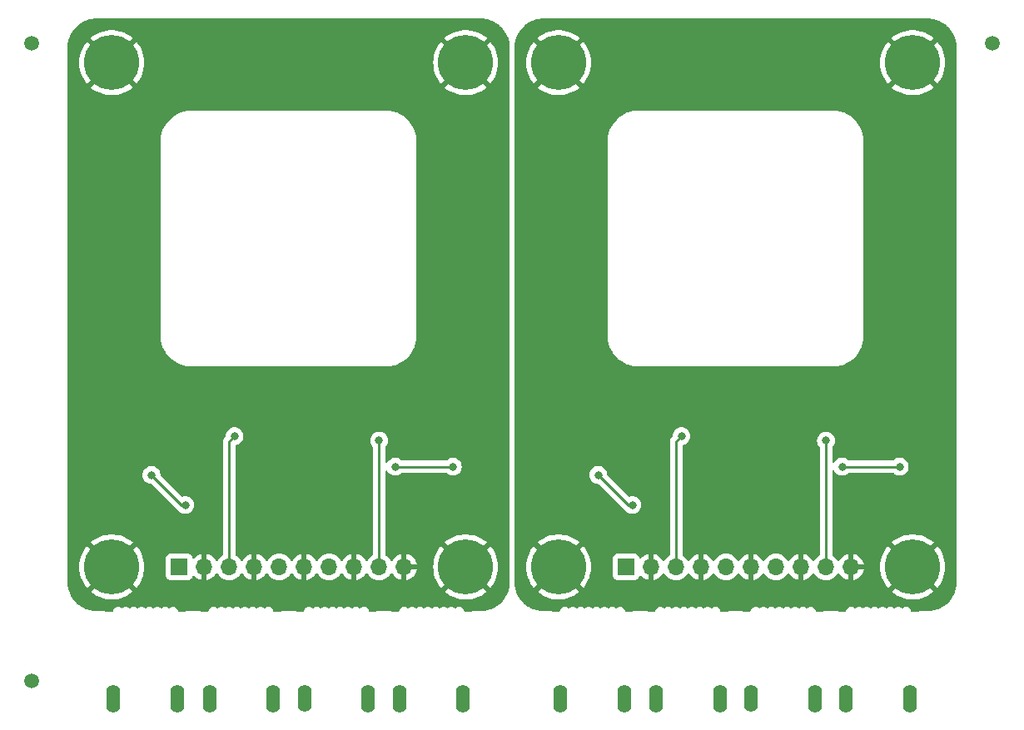
<source format=gbr>
%TF.GenerationSoftware,KiCad,Pcbnew,7.0.7*%
%TF.CreationDate,2023-10-25T17:49:02-07:00*%
%TF.ProjectId,sfh2430_breakout_panelized,73666832-3433-4305-9f62-7265616b6f75,rev?*%
%TF.SameCoordinates,Original*%
%TF.FileFunction,Copper,L2,Bot*%
%TF.FilePolarity,Positive*%
%FSLAX46Y46*%
G04 Gerber Fmt 4.6, Leading zero omitted, Abs format (unit mm)*
G04 Created by KiCad (PCBNEW 7.0.7) date 2023-10-25 17:49:02*
%MOMM*%
%LPD*%
G01*
G04 APERTURE LIST*
%TA.AperFunction,ComponentPad*%
%ADD10C,5.600000*%
%TD*%
%TA.AperFunction,CastellatedPad*%
%ADD11C,1.400000*%
%TD*%
%TA.AperFunction,SMDPad,CuDef*%
%ADD12R,1.400000X1.400000*%
%TD*%
%TA.AperFunction,ComponentPad*%
%ADD13R,1.700000X1.700000*%
%TD*%
%TA.AperFunction,ComponentPad*%
%ADD14O,1.700000X1.700000*%
%TD*%
%TA.AperFunction,SMDPad,CuDef*%
%ADD15C,1.500000*%
%TD*%
%TA.AperFunction,ViaPad*%
%ADD16C,0.800000*%
%TD*%
%TA.AperFunction,Conductor*%
%ADD17C,0.250000*%
%TD*%
G04 APERTURE END LIST*
D10*
%TO.P,H3,1,1*%
%TO.N,GND*%
X136250000Y-50800000D03*
%TD*%
%TO.P,H3,1,1*%
%TO.N,GND*%
X90800000Y-50800000D03*
%TD*%
D11*
%TO.P,J6,1,Pin_1*%
%TO.N,Net-(D1-K)*%
X135995635Y-116217073D03*
D12*
X135995635Y-115517073D03*
D11*
X135995635Y-114817073D03*
%TD*%
%TO.P,J6,1,Pin_1*%
%TO.N,Net-(D1-K)*%
X90545635Y-116217073D03*
D12*
X90545635Y-115517073D03*
D11*
X90545635Y-114817073D03*
%TD*%
D10*
%TO.P,H2,1,1*%
%TO.N,GND*%
X100250000Y-102100000D03*
%TD*%
%TO.P,H2,1,1*%
%TO.N,GND*%
X54800000Y-102100000D03*
%TD*%
D11*
%TO.P,J10,1,Pin_1*%
%TO.N,Net-(D3-K)*%
X116700000Y-114800000D03*
D12*
X116700000Y-115500000D03*
D11*
X116700000Y-116200000D03*
%TD*%
%TO.P,J10,1,Pin_1*%
%TO.N,Net-(D3-K)*%
X71250000Y-114800000D03*
D12*
X71250000Y-115500000D03*
D11*
X71250000Y-116200000D03*
%TD*%
%TO.P,J11,1,Pin_1*%
%TO.N,Net-(D3-A)*%
X110200000Y-114800000D03*
D12*
X110200000Y-115500000D03*
D11*
X110200000Y-116200000D03*
%TD*%
%TO.P,J11,1,Pin_1*%
%TO.N,Net-(D3-A)*%
X64750000Y-114800000D03*
D12*
X64750000Y-115500000D03*
D11*
X64750000Y-116200000D03*
%TD*%
%TO.P,J7,1,Pin_1*%
%TO.N,Net-(D1-A)*%
X129495635Y-116217073D03*
D12*
X129495635Y-115517073D03*
D11*
X129495635Y-114817073D03*
%TD*%
%TO.P,J7,1,Pin_1*%
%TO.N,Net-(D1-A)*%
X84045635Y-116217073D03*
D12*
X84045635Y-115517073D03*
D11*
X84045635Y-114817073D03*
%TD*%
%TO.P,J8,1,Pin_1*%
%TO.N,Net-(D2-K)*%
X106950000Y-116200000D03*
D12*
X106950000Y-115500000D03*
D11*
X106950000Y-114800000D03*
%TD*%
%TO.P,J8,1,Pin_1*%
%TO.N,Net-(D2-K)*%
X61500000Y-116200000D03*
D12*
X61500000Y-115500000D03*
D11*
X61500000Y-114800000D03*
%TD*%
%TO.P,J12,1,Pin_1*%
%TO.N,Net-(D4-K)*%
X126350000Y-114800000D03*
D12*
X126350000Y-115500000D03*
D11*
X126350000Y-116200000D03*
%TD*%
%TO.P,J12,1,Pin_1*%
%TO.N,Net-(D4-K)*%
X80900000Y-114800000D03*
D12*
X80900000Y-115500000D03*
D11*
X80900000Y-116200000D03*
%TD*%
%TO.P,J13,1,Pin_1*%
%TO.N,Net-(D4-A)*%
X119850000Y-114750000D03*
D12*
X119850000Y-115450000D03*
D11*
X119850000Y-116150000D03*
%TD*%
%TO.P,J13,1,Pin_1*%
%TO.N,Net-(D4-A)*%
X74400000Y-114750000D03*
D12*
X74400000Y-115450000D03*
D11*
X74400000Y-116150000D03*
%TD*%
D13*
%TO.P,J5,1,Pin_1*%
%TO.N,+3V3*%
X107125000Y-102100000D03*
D14*
%TO.P,J5,2,Pin_2*%
%TO.N,GND*%
X109665000Y-102100000D03*
%TO.P,J5,3,Pin_3*%
%TO.N,/OUTA*%
X112205000Y-102100000D03*
%TO.P,J5,4,Pin_4*%
%TO.N,GND*%
X114745000Y-102100000D03*
%TO.P,J5,5,Pin_5*%
%TO.N,/OUTB*%
X117285000Y-102100000D03*
%TO.P,J5,6,Pin_6*%
%TO.N,GND*%
X119825000Y-102100000D03*
%TO.P,J5,7,Pin_7*%
%TO.N,/OUTC*%
X122365000Y-102100000D03*
%TO.P,J5,8,Pin_8*%
%TO.N,GND*%
X124905000Y-102100000D03*
%TO.P,J5,9,Pin_9*%
%TO.N,/OUTD*%
X127445000Y-102100000D03*
%TO.P,J5,10,Pin_10*%
%TO.N,GND*%
X129985000Y-102100000D03*
%TD*%
D13*
%TO.P,J5,1,Pin_1*%
%TO.N,+3V3*%
X61675000Y-102100000D03*
D14*
%TO.P,J5,2,Pin_2*%
%TO.N,GND*%
X64215000Y-102100000D03*
%TO.P,J5,3,Pin_3*%
%TO.N,/OUTA*%
X66755000Y-102100000D03*
%TO.P,J5,4,Pin_4*%
%TO.N,GND*%
X69295000Y-102100000D03*
%TO.P,J5,5,Pin_5*%
%TO.N,/OUTB*%
X71835000Y-102100000D03*
%TO.P,J5,6,Pin_6*%
%TO.N,GND*%
X74375000Y-102100000D03*
%TO.P,J5,7,Pin_7*%
%TO.N,/OUTC*%
X76915000Y-102100000D03*
%TO.P,J5,8,Pin_8*%
%TO.N,GND*%
X79455000Y-102100000D03*
%TO.P,J5,9,Pin_9*%
%TO.N,/OUTD*%
X81995000Y-102100000D03*
%TO.P,J5,10,Pin_10*%
%TO.N,GND*%
X84535000Y-102100000D03*
%TD*%
D10*
%TO.P,H1,1,1*%
%TO.N,GND*%
X100250000Y-50800000D03*
%TD*%
%TO.P,H1,1,1*%
%TO.N,GND*%
X54800000Y-50800000D03*
%TD*%
%TO.P,H4,1,1*%
%TO.N,GND*%
X136250000Y-102100000D03*
%TD*%
%TO.P,H4,1,1*%
%TO.N,GND*%
X90800000Y-102100000D03*
%TD*%
D11*
%TO.P,J9,1,Pin_1*%
%TO.N,Net-(D2-A)*%
X100450000Y-116200000D03*
D12*
X100450000Y-115500000D03*
D11*
X100450000Y-114800000D03*
%TD*%
%TO.P,J9,1,Pin_1*%
%TO.N,Net-(D2-A)*%
X55000000Y-116200000D03*
D12*
X55000000Y-115500000D03*
D11*
X55000000Y-114800000D03*
%TD*%
D15*
%TO.P,,*%
%TO.N,*%
X46675000Y-113675000D03*
%TD*%
%TO.P,,*%
%TO.N,*%
X46675000Y-48825000D03*
%TD*%
%TO.P,,*%
%TO.N,*%
X144375000Y-48825000D03*
%TD*%
D16*
%TO.N,/OUTA*%
X112750000Y-88800000D03*
X67300000Y-88800000D03*
%TO.N,Net-(J2-Pin_2)*%
X62300000Y-95800000D03*
X104300000Y-92750000D03*
X107750000Y-95800000D03*
X58850000Y-92750000D03*
%TO.N,/OUTD*%
X82000000Y-89250000D03*
X127450000Y-89250000D03*
%TO.N,GND*%
X87250000Y-61950000D03*
X87250000Y-59450000D03*
X132700000Y-61950000D03*
X132700000Y-59450000D03*
%TO.N,Net-(J3-Pin_2)*%
X134950000Y-91900000D03*
X129100000Y-91900000D03*
X83650000Y-91900000D03*
X89500000Y-91900000D03*
%TD*%
D17*
%TO.N,/OUTA*%
X66755000Y-89345000D02*
X66755000Y-102100000D01*
X67300000Y-88800000D02*
X66755000Y-89345000D01*
X112205000Y-89345000D02*
X112205000Y-102100000D01*
X112750000Y-88800000D02*
X112205000Y-89345000D01*
%TO.N,Net-(J2-Pin_2)*%
X61900000Y-95800000D02*
X62300000Y-95800000D01*
X58850000Y-92750000D02*
X61900000Y-95800000D01*
X107350000Y-95800000D02*
X107750000Y-95800000D01*
X104300000Y-92750000D02*
X107350000Y-95800000D01*
%TO.N,/OUTD*%
X127450000Y-89250000D02*
X127445000Y-89255000D01*
X127445000Y-89255000D02*
X127445000Y-102100000D01*
X81995000Y-89255000D02*
X81995000Y-102100000D01*
X82000000Y-89250000D02*
X81995000Y-89255000D01*
%TO.N,+3V3*%
X61675000Y-102100000D02*
X61675000Y-101825000D01*
X61675000Y-101825000D02*
X61400000Y-101550000D01*
X107125000Y-102100000D02*
X107125000Y-101825000D01*
X107125000Y-101825000D02*
X106850000Y-101550000D01*
%TO.N,Net-(J3-Pin_2)*%
X89500000Y-91900000D02*
X83650000Y-91900000D01*
X134950000Y-91900000D02*
X129100000Y-91900000D01*
%TD*%
%TA.AperFunction,Conductor*%
%TO.N,GND*%
G36*
X137751619Y-46300584D02*
G01*
X137883628Y-46307503D01*
X138067027Y-46317803D01*
X138073212Y-46318465D01*
X138225647Y-46342608D01*
X138388194Y-46370226D01*
X138393811Y-46371453D01*
X138546693Y-46412418D01*
X138639122Y-46439046D01*
X138701724Y-46457082D01*
X138706759Y-46458769D01*
X138856183Y-46516127D01*
X139004007Y-46577358D01*
X139008412Y-46579388D01*
X139074180Y-46612899D01*
X139151921Y-46652511D01*
X139227428Y-46694241D01*
X139291480Y-46729641D01*
X139295215Y-46731882D01*
X139369487Y-46780115D01*
X139430872Y-46819980D01*
X139518357Y-46882053D01*
X139560764Y-46912142D01*
X139563886Y-46914510D01*
X139688748Y-47015621D01*
X139691034Y-47017567D01*
X139808721Y-47122738D01*
X139811248Y-47125128D01*
X139924870Y-47238750D01*
X139927260Y-47241277D01*
X140032431Y-47358964D01*
X140034385Y-47361260D01*
X140135480Y-47486102D01*
X140137862Y-47489243D01*
X140230019Y-47619127D01*
X140283758Y-47701875D01*
X140318106Y-47754767D01*
X140320364Y-47758531D01*
X140397488Y-47898078D01*
X140470604Y-48041575D01*
X140472643Y-48045997D01*
X140533877Y-48193829D01*
X140591221Y-48343217D01*
X140592916Y-48348273D01*
X140637579Y-48503297D01*
X140678541Y-48656171D01*
X140679778Y-48661835D01*
X140707394Y-48824369D01*
X140731530Y-48976758D01*
X140732196Y-48982985D01*
X140742509Y-49166617D01*
X140749415Y-49298377D01*
X140749500Y-49301623D01*
X140749500Y-103598376D01*
X140749415Y-103601622D01*
X140742509Y-103733382D01*
X140732196Y-103917013D01*
X140731530Y-103923240D01*
X140707394Y-104075630D01*
X140679778Y-104238163D01*
X140678541Y-104243827D01*
X140637579Y-104396702D01*
X140592916Y-104551725D01*
X140591221Y-104556781D01*
X140533877Y-104706170D01*
X140472643Y-104854001D01*
X140470604Y-104858423D01*
X140397488Y-105001921D01*
X140320364Y-105141467D01*
X140318097Y-105145246D01*
X140230019Y-105280872D01*
X140137862Y-105410755D01*
X140135480Y-105413896D01*
X140034385Y-105538738D01*
X140032431Y-105541034D01*
X139927260Y-105658721D01*
X139924870Y-105661248D01*
X139811248Y-105774870D01*
X139808721Y-105777260D01*
X139691034Y-105882431D01*
X139688738Y-105884385D01*
X139563896Y-105985480D01*
X139560755Y-105987862D01*
X139430872Y-106080019D01*
X139295246Y-106168097D01*
X139291467Y-106170364D01*
X139151921Y-106247488D01*
X139008423Y-106320604D01*
X139004001Y-106322643D01*
X138856170Y-106383877D01*
X138706781Y-106441221D01*
X138701725Y-106442916D01*
X138546702Y-106487579D01*
X138393827Y-106528541D01*
X138388163Y-106529778D01*
X138225630Y-106557394D01*
X138073240Y-106581530D01*
X138067013Y-106582196D01*
X137883382Y-106592509D01*
X137751622Y-106599415D01*
X137748376Y-106599500D01*
X136981903Y-106599500D01*
X136748633Y-106636446D01*
X136725599Y-106643931D01*
X136687280Y-106650000D01*
X136214455Y-106650000D01*
X136147416Y-106630315D01*
X136101661Y-106577511D01*
X136095478Y-106560934D01*
X136059954Y-106439949D01*
X136023919Y-106383877D01*
X135982143Y-106318872D01*
X135873373Y-106224623D01*
X135814296Y-106197643D01*
X135742456Y-106164834D01*
X135662611Y-106153355D01*
X135635799Y-106149500D01*
X135564201Y-106149500D01*
X135550794Y-106151427D01*
X135457543Y-106164834D01*
X135326628Y-106224622D01*
X135326626Y-106224623D01*
X135281201Y-106263984D01*
X135217644Y-106293008D01*
X135148486Y-106283064D01*
X135118796Y-106263982D01*
X135073377Y-106224625D01*
X135073371Y-106224622D01*
X134942456Y-106164834D01*
X134862611Y-106153355D01*
X134835799Y-106149500D01*
X134764201Y-106149500D01*
X134750794Y-106151427D01*
X134657543Y-106164834D01*
X134526628Y-106224622D01*
X134526622Y-106224625D01*
X134481202Y-106263983D01*
X134417647Y-106293008D01*
X134348488Y-106283064D01*
X134318798Y-106263983D01*
X134273377Y-106224625D01*
X134273371Y-106224622D01*
X134142456Y-106164834D01*
X134062611Y-106153355D01*
X134035799Y-106149500D01*
X133964201Y-106149500D01*
X133950794Y-106151427D01*
X133857543Y-106164834D01*
X133726628Y-106224622D01*
X133726622Y-106224625D01*
X133681202Y-106263983D01*
X133617647Y-106293008D01*
X133548488Y-106283064D01*
X133518798Y-106263983D01*
X133473377Y-106224625D01*
X133473371Y-106224622D01*
X133342456Y-106164834D01*
X133262611Y-106153355D01*
X133235799Y-106149500D01*
X133164201Y-106149500D01*
X133150794Y-106151427D01*
X133057543Y-106164834D01*
X132926628Y-106224622D01*
X132926622Y-106224625D01*
X132881202Y-106263983D01*
X132817647Y-106293008D01*
X132748488Y-106283064D01*
X132718798Y-106263983D01*
X132673377Y-106224625D01*
X132673371Y-106224622D01*
X132542456Y-106164834D01*
X132462611Y-106153355D01*
X132435799Y-106149500D01*
X132364201Y-106149500D01*
X132350794Y-106151427D01*
X132257543Y-106164834D01*
X132126628Y-106224622D01*
X132126622Y-106224625D01*
X132081202Y-106263983D01*
X132017647Y-106293008D01*
X131948488Y-106283064D01*
X131918798Y-106263983D01*
X131873377Y-106224625D01*
X131873371Y-106224622D01*
X131742456Y-106164834D01*
X131662611Y-106153355D01*
X131635799Y-106149500D01*
X131564201Y-106149500D01*
X131550794Y-106151427D01*
X131457543Y-106164834D01*
X131326628Y-106224622D01*
X131326622Y-106224625D01*
X131281202Y-106263983D01*
X131217647Y-106293008D01*
X131148488Y-106283064D01*
X131118798Y-106263983D01*
X131073377Y-106224625D01*
X131073371Y-106224622D01*
X130942456Y-106164834D01*
X130862611Y-106153355D01*
X130835799Y-106149500D01*
X130764201Y-106149500D01*
X130750794Y-106151427D01*
X130657543Y-106164834D01*
X130526628Y-106224622D01*
X130526622Y-106224625D01*
X130481202Y-106263983D01*
X130417647Y-106293008D01*
X130348488Y-106283064D01*
X130318798Y-106263983D01*
X130273377Y-106224625D01*
X130273371Y-106224622D01*
X130142456Y-106164834D01*
X130062611Y-106153355D01*
X130035799Y-106149500D01*
X129964201Y-106149500D01*
X129950794Y-106151427D01*
X129857543Y-106164834D01*
X129726628Y-106224622D01*
X129726626Y-106224623D01*
X129617856Y-106318873D01*
X129540045Y-106439949D01*
X129504522Y-106560934D01*
X129466748Y-106619713D01*
X129403193Y-106648738D01*
X129385545Y-106650000D01*
X128912720Y-106650000D01*
X128874401Y-106643931D01*
X128851366Y-106636446D01*
X128618097Y-106599500D01*
X128618092Y-106599500D01*
X128500099Y-106599500D01*
X127400500Y-106599500D01*
X127400000Y-106599500D01*
X127281908Y-106599500D01*
X127281903Y-106599500D01*
X127048633Y-106636446D01*
X127025599Y-106643931D01*
X126987280Y-106650000D01*
X126514455Y-106650000D01*
X126447416Y-106630315D01*
X126401661Y-106577511D01*
X126395478Y-106560934D01*
X126359954Y-106439949D01*
X126323919Y-106383877D01*
X126282143Y-106318872D01*
X126173373Y-106224623D01*
X126114296Y-106197643D01*
X126042456Y-106164834D01*
X125962611Y-106153355D01*
X125935799Y-106149500D01*
X125864201Y-106149500D01*
X125850794Y-106151427D01*
X125757543Y-106164834D01*
X125626628Y-106224622D01*
X125626622Y-106224625D01*
X125581201Y-106263983D01*
X125517645Y-106293007D01*
X125448487Y-106283063D01*
X125418799Y-106263983D01*
X125373377Y-106224625D01*
X125373371Y-106224622D01*
X125242456Y-106164834D01*
X125162611Y-106153355D01*
X125135799Y-106149500D01*
X125064201Y-106149500D01*
X125050794Y-106151427D01*
X124957543Y-106164834D01*
X124826628Y-106224622D01*
X124826622Y-106224625D01*
X124781201Y-106263983D01*
X124717645Y-106293007D01*
X124648487Y-106283063D01*
X124618799Y-106263983D01*
X124573377Y-106224625D01*
X124573371Y-106224622D01*
X124442456Y-106164834D01*
X124362611Y-106153355D01*
X124335799Y-106149500D01*
X124264201Y-106149500D01*
X124250794Y-106151427D01*
X124157543Y-106164834D01*
X124026628Y-106224622D01*
X124026622Y-106224625D01*
X123981201Y-106263983D01*
X123917645Y-106293007D01*
X123848487Y-106283063D01*
X123818799Y-106263983D01*
X123773377Y-106224625D01*
X123773371Y-106224622D01*
X123642456Y-106164834D01*
X123562611Y-106153355D01*
X123535799Y-106149500D01*
X123464201Y-106149500D01*
X123450794Y-106151427D01*
X123357543Y-106164834D01*
X123226628Y-106224622D01*
X123226622Y-106224625D01*
X123181201Y-106263983D01*
X123117645Y-106293007D01*
X123048487Y-106283063D01*
X123018799Y-106263983D01*
X122973377Y-106224625D01*
X122973371Y-106224622D01*
X122842456Y-106164834D01*
X122762611Y-106153355D01*
X122735799Y-106149500D01*
X122664201Y-106149500D01*
X122650794Y-106151427D01*
X122557543Y-106164834D01*
X122426628Y-106224622D01*
X122426622Y-106224625D01*
X122381201Y-106263983D01*
X122317645Y-106293007D01*
X122248487Y-106283063D01*
X122218799Y-106263983D01*
X122173377Y-106224625D01*
X122173371Y-106224622D01*
X122042456Y-106164834D01*
X121962611Y-106153355D01*
X121935799Y-106149500D01*
X121864201Y-106149500D01*
X121850794Y-106151427D01*
X121757543Y-106164834D01*
X121626628Y-106224622D01*
X121626622Y-106224625D01*
X121581201Y-106263983D01*
X121517645Y-106293007D01*
X121448487Y-106283063D01*
X121418799Y-106263983D01*
X121373377Y-106224625D01*
X121373371Y-106224622D01*
X121242456Y-106164834D01*
X121162611Y-106153355D01*
X121135799Y-106149500D01*
X121064201Y-106149500D01*
X121050794Y-106151427D01*
X120957543Y-106164834D01*
X120826628Y-106224622D01*
X120826622Y-106224625D01*
X120781201Y-106263983D01*
X120717645Y-106293007D01*
X120648487Y-106283063D01*
X120618799Y-106263983D01*
X120573377Y-106224625D01*
X120573371Y-106224622D01*
X120442456Y-106164834D01*
X120362611Y-106153355D01*
X120335799Y-106149500D01*
X120264201Y-106149500D01*
X120250794Y-106151427D01*
X120157543Y-106164834D01*
X120026628Y-106224622D01*
X120026626Y-106224623D01*
X119917856Y-106318873D01*
X119840045Y-106439949D01*
X119804522Y-106560934D01*
X119766748Y-106619713D01*
X119703193Y-106648738D01*
X119685545Y-106650000D01*
X119212720Y-106650000D01*
X119174401Y-106643931D01*
X119151366Y-106636446D01*
X118918097Y-106599500D01*
X118918092Y-106599500D01*
X118800099Y-106599500D01*
X117700500Y-106599500D01*
X117700000Y-106599500D01*
X117581908Y-106599500D01*
X117581903Y-106599500D01*
X117348633Y-106636446D01*
X117325599Y-106643931D01*
X117287280Y-106650000D01*
X116814455Y-106650000D01*
X116747416Y-106630315D01*
X116701661Y-106577511D01*
X116695478Y-106560934D01*
X116659954Y-106439949D01*
X116623919Y-106383877D01*
X116582143Y-106318872D01*
X116473373Y-106224623D01*
X116414296Y-106197643D01*
X116342456Y-106164834D01*
X116262611Y-106153355D01*
X116235799Y-106149500D01*
X116164201Y-106149500D01*
X116150794Y-106151427D01*
X116057543Y-106164834D01*
X115926628Y-106224622D01*
X115926622Y-106224625D01*
X115881202Y-106263983D01*
X115817647Y-106293008D01*
X115748488Y-106283064D01*
X115718798Y-106263983D01*
X115673377Y-106224625D01*
X115673371Y-106224622D01*
X115542456Y-106164834D01*
X115462611Y-106153355D01*
X115435799Y-106149500D01*
X115364201Y-106149500D01*
X115350794Y-106151427D01*
X115257543Y-106164834D01*
X115126628Y-106224622D01*
X115126622Y-106224625D01*
X115081202Y-106263983D01*
X115017647Y-106293008D01*
X114948488Y-106283064D01*
X114918798Y-106263983D01*
X114873377Y-106224625D01*
X114873371Y-106224622D01*
X114742456Y-106164834D01*
X114662611Y-106153355D01*
X114635799Y-106149500D01*
X114564201Y-106149500D01*
X114550794Y-106151427D01*
X114457543Y-106164834D01*
X114326628Y-106224622D01*
X114326622Y-106224625D01*
X114281202Y-106263983D01*
X114217647Y-106293008D01*
X114148488Y-106283064D01*
X114118798Y-106263983D01*
X114073377Y-106224625D01*
X114073371Y-106224622D01*
X113942456Y-106164834D01*
X113862611Y-106153355D01*
X113835799Y-106149500D01*
X113764201Y-106149500D01*
X113750794Y-106151427D01*
X113657543Y-106164834D01*
X113526628Y-106224622D01*
X113526622Y-106224625D01*
X113481202Y-106263983D01*
X113417647Y-106293008D01*
X113348488Y-106283064D01*
X113318798Y-106263983D01*
X113273377Y-106224625D01*
X113273371Y-106224622D01*
X113142456Y-106164834D01*
X113062611Y-106153355D01*
X113035799Y-106149500D01*
X112964201Y-106149500D01*
X112950794Y-106151427D01*
X112857543Y-106164834D01*
X112726628Y-106224622D01*
X112726622Y-106224625D01*
X112681202Y-106263983D01*
X112617647Y-106293008D01*
X112548488Y-106283064D01*
X112518798Y-106263983D01*
X112473377Y-106224625D01*
X112473371Y-106224622D01*
X112342456Y-106164834D01*
X112262611Y-106153355D01*
X112235799Y-106149500D01*
X112164201Y-106149500D01*
X112150794Y-106151427D01*
X112057543Y-106164834D01*
X111926628Y-106224622D01*
X111926626Y-106224623D01*
X111881201Y-106263984D01*
X111817644Y-106293008D01*
X111748486Y-106283064D01*
X111718796Y-106263982D01*
X111673377Y-106224625D01*
X111673371Y-106224622D01*
X111542456Y-106164834D01*
X111462611Y-106153355D01*
X111435799Y-106149500D01*
X111364201Y-106149500D01*
X111350794Y-106151427D01*
X111257543Y-106164834D01*
X111126628Y-106224622D01*
X111126622Y-106224625D01*
X111081202Y-106263983D01*
X111017647Y-106293008D01*
X110948488Y-106283064D01*
X110918798Y-106263983D01*
X110873377Y-106224625D01*
X110873371Y-106224622D01*
X110742456Y-106164834D01*
X110662611Y-106153355D01*
X110635799Y-106149500D01*
X110564201Y-106149500D01*
X110550794Y-106151427D01*
X110457543Y-106164834D01*
X110326628Y-106224622D01*
X110326626Y-106224623D01*
X110217856Y-106318873D01*
X110140045Y-106439949D01*
X110104522Y-106560934D01*
X110066748Y-106619713D01*
X110003193Y-106648738D01*
X109985545Y-106650000D01*
X109512720Y-106650000D01*
X109474401Y-106643931D01*
X109451366Y-106636446D01*
X109218097Y-106599500D01*
X109218092Y-106599500D01*
X109100099Y-106599500D01*
X108000500Y-106599500D01*
X108000000Y-106599500D01*
X107881908Y-106599500D01*
X107881903Y-106599500D01*
X107648633Y-106636446D01*
X107625599Y-106643931D01*
X107587280Y-106650000D01*
X107114455Y-106650000D01*
X107047416Y-106630315D01*
X107001661Y-106577511D01*
X106995478Y-106560934D01*
X106959954Y-106439949D01*
X106923919Y-106383877D01*
X106882143Y-106318872D01*
X106773373Y-106224623D01*
X106714296Y-106197643D01*
X106642456Y-106164834D01*
X106562611Y-106153355D01*
X106535799Y-106149500D01*
X106464201Y-106149500D01*
X106450794Y-106151427D01*
X106357543Y-106164834D01*
X106226628Y-106224622D01*
X106226622Y-106224625D01*
X106181202Y-106263983D01*
X106117647Y-106293008D01*
X106048488Y-106283064D01*
X106018798Y-106263983D01*
X105973377Y-106224625D01*
X105973371Y-106224622D01*
X105842456Y-106164834D01*
X105762611Y-106153355D01*
X105735799Y-106149500D01*
X105664201Y-106149500D01*
X105650794Y-106151427D01*
X105557543Y-106164834D01*
X105426628Y-106224622D01*
X105426626Y-106224623D01*
X105381201Y-106263984D01*
X105317644Y-106293008D01*
X105248486Y-106283064D01*
X105218796Y-106263982D01*
X105173377Y-106224625D01*
X105173371Y-106224622D01*
X105042456Y-106164834D01*
X104962611Y-106153355D01*
X104935799Y-106149500D01*
X104864201Y-106149500D01*
X104850794Y-106151427D01*
X104757543Y-106164834D01*
X104626628Y-106224622D01*
X104626622Y-106224625D01*
X104581202Y-106263983D01*
X104517647Y-106293008D01*
X104448488Y-106283064D01*
X104418798Y-106263983D01*
X104373377Y-106224625D01*
X104373371Y-106224622D01*
X104242456Y-106164834D01*
X104162611Y-106153355D01*
X104135799Y-106149500D01*
X104064201Y-106149500D01*
X104050794Y-106151427D01*
X103957543Y-106164834D01*
X103826628Y-106224622D01*
X103826626Y-106224623D01*
X103781201Y-106263984D01*
X103717644Y-106293008D01*
X103648486Y-106283064D01*
X103618796Y-106263982D01*
X103573377Y-106224625D01*
X103573371Y-106224622D01*
X103442456Y-106164834D01*
X103362611Y-106153355D01*
X103335799Y-106149500D01*
X103264201Y-106149500D01*
X103250794Y-106151427D01*
X103157543Y-106164834D01*
X103026628Y-106224622D01*
X103026622Y-106224625D01*
X102981202Y-106263983D01*
X102917647Y-106293008D01*
X102848488Y-106283064D01*
X102818798Y-106263983D01*
X102773377Y-106224625D01*
X102773371Y-106224622D01*
X102642456Y-106164834D01*
X102562611Y-106153355D01*
X102535799Y-106149500D01*
X102464201Y-106149500D01*
X102450794Y-106151427D01*
X102357543Y-106164834D01*
X102226628Y-106224622D01*
X102226626Y-106224623D01*
X102181201Y-106263984D01*
X102117644Y-106293008D01*
X102048486Y-106283064D01*
X102018796Y-106263982D01*
X101973377Y-106224625D01*
X101973371Y-106224622D01*
X101842456Y-106164834D01*
X101762611Y-106153355D01*
X101735799Y-106149500D01*
X101664201Y-106149500D01*
X101650794Y-106151427D01*
X101557543Y-106164834D01*
X101426628Y-106224622D01*
X101426622Y-106224625D01*
X101381202Y-106263983D01*
X101317647Y-106293008D01*
X101248488Y-106283064D01*
X101218798Y-106263983D01*
X101173377Y-106224625D01*
X101173371Y-106224622D01*
X101042456Y-106164834D01*
X100962611Y-106153355D01*
X100935799Y-106149500D01*
X100864201Y-106149500D01*
X100850794Y-106151427D01*
X100757543Y-106164834D01*
X100626628Y-106224622D01*
X100626626Y-106224623D01*
X100517856Y-106318873D01*
X100440045Y-106439949D01*
X100404522Y-106560934D01*
X100366748Y-106619713D01*
X100303193Y-106648738D01*
X100285545Y-106650000D01*
X99812720Y-106650000D01*
X99774401Y-106643931D01*
X99751366Y-106636446D01*
X99518097Y-106599500D01*
X99518092Y-106599500D01*
X99400099Y-106599500D01*
X98751624Y-106599500D01*
X98748378Y-106599415D01*
X98616617Y-106592509D01*
X98432985Y-106582196D01*
X98426758Y-106581530D01*
X98274369Y-106557394D01*
X98111835Y-106529778D01*
X98106171Y-106528541D01*
X97953297Y-106487579D01*
X97798273Y-106442916D01*
X97793217Y-106441221D01*
X97643829Y-106383877D01*
X97495997Y-106322643D01*
X97491575Y-106320604D01*
X97348078Y-106247488D01*
X97208531Y-106170364D01*
X97204767Y-106168106D01*
X97151875Y-106133758D01*
X97069127Y-106080019D01*
X96939243Y-105987862D01*
X96936102Y-105985480D01*
X96811260Y-105884385D01*
X96808964Y-105882431D01*
X96691277Y-105777260D01*
X96688750Y-105774870D01*
X96575128Y-105661248D01*
X96572738Y-105658721D01*
X96467567Y-105541034D01*
X96465613Y-105538738D01*
X96426848Y-105490867D01*
X96364510Y-105413886D01*
X96362136Y-105410755D01*
X96354504Y-105399999D01*
X96327054Y-105361311D01*
X96269980Y-105280872D01*
X96237406Y-105230715D01*
X96181882Y-105145215D01*
X96179641Y-105141480D01*
X96112434Y-105019876D01*
X96102511Y-105001921D01*
X96062899Y-104924180D01*
X96029388Y-104858412D01*
X96027358Y-104854007D01*
X95966122Y-104706170D01*
X95908769Y-104556759D01*
X95907082Y-104551724D01*
X95862420Y-104396702D01*
X95857316Y-104377652D01*
X95821453Y-104243811D01*
X95820226Y-104238194D01*
X95792601Y-104075606D01*
X95768465Y-103923212D01*
X95767803Y-103917027D01*
X95757490Y-103733382D01*
X95750584Y-103601620D01*
X95750500Y-103598377D01*
X95750500Y-102100002D01*
X96945153Y-102100002D01*
X96964526Y-102457314D01*
X96964527Y-102457331D01*
X97022415Y-102810431D01*
X97022421Y-102810457D01*
X97118147Y-103155232D01*
X97118149Y-103155239D01*
X97250597Y-103487659D01*
X97250606Y-103487677D01*
X97418218Y-103803827D01*
X97619033Y-104100007D01*
X97746441Y-104250003D01*
X97746442Y-104250004D01*
X98857413Y-103139032D01*
X98918736Y-103105547D01*
X98988427Y-103110531D01*
X99039381Y-103146179D01*
X99115130Y-103234870D01*
X99160987Y-103274035D01*
X99203816Y-103310615D01*
X99242009Y-103369122D01*
X99242507Y-103438990D01*
X99210965Y-103492586D01*
X98097255Y-104606295D01*
X98097256Y-104606296D01*
X98110485Y-104618828D01*
X98110486Y-104618829D01*
X98395367Y-104835388D01*
X98395370Y-104835390D01*
X98701990Y-105019876D01*
X99026739Y-105170122D01*
X99026744Y-105170123D01*
X99365855Y-105284383D01*
X99715339Y-105361311D01*
X100071075Y-105399999D01*
X100071085Y-105400000D01*
X100428915Y-105400000D01*
X100428924Y-105399999D01*
X100784660Y-105361311D01*
X101134144Y-105284383D01*
X101473255Y-105170123D01*
X101473260Y-105170122D01*
X101798009Y-105019876D01*
X102104629Y-104835390D01*
X102104632Y-104835388D01*
X102389504Y-104618836D01*
X102402742Y-104606294D01*
X101289033Y-103492586D01*
X101255548Y-103431263D01*
X101260532Y-103361571D01*
X101296180Y-103310617D01*
X101384870Y-103234870D01*
X101460617Y-103146180D01*
X101519121Y-103107990D01*
X101588989Y-103107490D01*
X101642586Y-103139033D01*
X102753556Y-104250003D01*
X102880964Y-104100008D01*
X102880975Y-104099994D01*
X103081781Y-103803827D01*
X103249393Y-103487677D01*
X103249402Y-103487659D01*
X103381850Y-103155239D01*
X103381852Y-103155232D01*
X103425543Y-102997870D01*
X105774500Y-102997870D01*
X105774501Y-102997876D01*
X105780908Y-103057483D01*
X105831202Y-103192328D01*
X105831206Y-103192335D01*
X105917452Y-103307544D01*
X105917455Y-103307547D01*
X106032664Y-103393793D01*
X106032671Y-103393797D01*
X106167517Y-103444091D01*
X106167516Y-103444091D01*
X106174444Y-103444835D01*
X106227127Y-103450500D01*
X108022872Y-103450499D01*
X108082483Y-103444091D01*
X108217331Y-103393796D01*
X108332546Y-103307546D01*
X108418796Y-103192331D01*
X108468002Y-103060401D01*
X108509872Y-103004468D01*
X108575337Y-102980050D01*
X108643610Y-102994901D01*
X108671865Y-103016053D01*
X108793917Y-103138105D01*
X108987421Y-103273600D01*
X109201507Y-103373429D01*
X109201516Y-103373433D01*
X109415000Y-103430634D01*
X109415000Y-102712301D01*
X109434685Y-102645262D01*
X109487489Y-102599507D01*
X109556647Y-102589563D01*
X109629237Y-102600000D01*
X109629238Y-102600000D01*
X109700762Y-102600000D01*
X109700763Y-102600000D01*
X109773353Y-102589563D01*
X109842512Y-102599507D01*
X109895315Y-102645262D01*
X109915000Y-102712301D01*
X109915000Y-103430633D01*
X110128483Y-103373433D01*
X110128492Y-103373429D01*
X110342578Y-103273600D01*
X110536082Y-103138105D01*
X110703105Y-102971082D01*
X110833119Y-102785405D01*
X110887696Y-102741781D01*
X110957195Y-102734588D01*
X111019549Y-102766110D01*
X111036269Y-102785405D01*
X111166505Y-102971401D01*
X111333599Y-103138495D01*
X111430384Y-103206264D01*
X111527165Y-103274032D01*
X111527167Y-103274033D01*
X111527170Y-103274035D01*
X111741337Y-103373903D01*
X111969592Y-103435063D01*
X112146034Y-103450500D01*
X112204999Y-103455659D01*
X112205000Y-103455659D01*
X112205001Y-103455659D01*
X112263966Y-103450500D01*
X112440408Y-103435063D01*
X112668663Y-103373903D01*
X112882830Y-103274035D01*
X113076401Y-103138495D01*
X113243495Y-102971401D01*
X113373730Y-102785405D01*
X113428307Y-102741781D01*
X113497805Y-102734587D01*
X113560160Y-102766110D01*
X113576879Y-102785405D01*
X113706890Y-102971078D01*
X113873917Y-103138105D01*
X114067421Y-103273600D01*
X114281507Y-103373429D01*
X114281516Y-103373433D01*
X114495000Y-103430634D01*
X114495000Y-102712301D01*
X114514685Y-102645262D01*
X114567489Y-102599507D01*
X114636647Y-102589563D01*
X114709237Y-102600000D01*
X114709238Y-102600000D01*
X114780762Y-102600000D01*
X114780763Y-102600000D01*
X114853353Y-102589563D01*
X114922512Y-102599507D01*
X114975315Y-102645262D01*
X114995000Y-102712301D01*
X114995000Y-103430633D01*
X115208483Y-103373433D01*
X115208492Y-103373429D01*
X115422578Y-103273600D01*
X115616082Y-103138105D01*
X115783105Y-102971082D01*
X115913119Y-102785405D01*
X115967696Y-102741781D01*
X116037195Y-102734588D01*
X116099549Y-102766110D01*
X116116269Y-102785405D01*
X116246505Y-102971401D01*
X116413599Y-103138495D01*
X116510384Y-103206264D01*
X116607165Y-103274032D01*
X116607167Y-103274033D01*
X116607170Y-103274035D01*
X116821337Y-103373903D01*
X117049592Y-103435063D01*
X117226034Y-103450500D01*
X117284999Y-103455659D01*
X117285000Y-103455659D01*
X117285001Y-103455659D01*
X117343966Y-103450500D01*
X117520408Y-103435063D01*
X117748663Y-103373903D01*
X117962830Y-103274035D01*
X118156401Y-103138495D01*
X118323495Y-102971401D01*
X118453730Y-102785405D01*
X118508307Y-102741781D01*
X118577805Y-102734587D01*
X118640160Y-102766110D01*
X118656879Y-102785405D01*
X118786890Y-102971078D01*
X118953917Y-103138105D01*
X119147421Y-103273600D01*
X119361507Y-103373429D01*
X119361516Y-103373433D01*
X119575000Y-103430634D01*
X119575000Y-102712301D01*
X119594685Y-102645262D01*
X119647489Y-102599507D01*
X119716647Y-102589563D01*
X119789237Y-102600000D01*
X119789238Y-102600000D01*
X119860762Y-102600000D01*
X119860763Y-102600000D01*
X119933353Y-102589563D01*
X120002512Y-102599507D01*
X120055315Y-102645262D01*
X120075000Y-102712301D01*
X120075000Y-103430633D01*
X120288483Y-103373433D01*
X120288492Y-103373429D01*
X120502578Y-103273600D01*
X120696082Y-103138105D01*
X120863105Y-102971082D01*
X120993119Y-102785405D01*
X121047696Y-102741781D01*
X121117195Y-102734588D01*
X121179549Y-102766110D01*
X121196269Y-102785405D01*
X121326505Y-102971401D01*
X121493599Y-103138495D01*
X121590384Y-103206264D01*
X121687165Y-103274032D01*
X121687167Y-103274033D01*
X121687170Y-103274035D01*
X121901337Y-103373903D01*
X122129592Y-103435063D01*
X122306034Y-103450500D01*
X122364999Y-103455659D01*
X122365000Y-103455659D01*
X122365001Y-103455659D01*
X122423966Y-103450500D01*
X122600408Y-103435063D01*
X122828663Y-103373903D01*
X123042830Y-103274035D01*
X123236401Y-103138495D01*
X123403495Y-102971401D01*
X123533730Y-102785405D01*
X123588307Y-102741781D01*
X123657805Y-102734587D01*
X123720160Y-102766110D01*
X123736879Y-102785405D01*
X123866890Y-102971078D01*
X124033917Y-103138105D01*
X124227421Y-103273600D01*
X124441507Y-103373429D01*
X124441516Y-103373433D01*
X124655000Y-103430634D01*
X124655000Y-102712301D01*
X124674685Y-102645262D01*
X124727489Y-102599507D01*
X124796647Y-102589563D01*
X124869237Y-102600000D01*
X124869238Y-102600000D01*
X124940762Y-102600000D01*
X124940763Y-102600000D01*
X125013353Y-102589563D01*
X125082512Y-102599507D01*
X125135315Y-102645262D01*
X125155000Y-102712301D01*
X125155000Y-103430633D01*
X125368483Y-103373433D01*
X125368492Y-103373429D01*
X125582578Y-103273600D01*
X125776082Y-103138105D01*
X125943105Y-102971082D01*
X126073119Y-102785405D01*
X126127696Y-102741781D01*
X126197195Y-102734588D01*
X126259549Y-102766110D01*
X126276269Y-102785405D01*
X126406505Y-102971401D01*
X126573599Y-103138495D01*
X126670384Y-103206264D01*
X126767165Y-103274032D01*
X126767167Y-103274033D01*
X126767170Y-103274035D01*
X126981337Y-103373903D01*
X127209592Y-103435063D01*
X127386034Y-103450500D01*
X127444999Y-103455659D01*
X127445000Y-103455659D01*
X127445001Y-103455659D01*
X127503966Y-103450500D01*
X127680408Y-103435063D01*
X127908663Y-103373903D01*
X128122830Y-103274035D01*
X128316401Y-103138495D01*
X128483495Y-102971401D01*
X128613730Y-102785405D01*
X128668307Y-102741781D01*
X128737805Y-102734587D01*
X128800160Y-102766110D01*
X128816879Y-102785405D01*
X128946890Y-102971078D01*
X129113917Y-103138105D01*
X129307421Y-103273600D01*
X129521507Y-103373429D01*
X129521516Y-103373433D01*
X129735000Y-103430634D01*
X129735000Y-102712301D01*
X129754685Y-102645262D01*
X129807489Y-102599507D01*
X129876647Y-102589563D01*
X129949237Y-102600000D01*
X129949238Y-102600000D01*
X130020762Y-102600000D01*
X130020763Y-102600000D01*
X130093352Y-102589563D01*
X130162510Y-102599507D01*
X130215314Y-102645261D01*
X130234999Y-102712301D01*
X130234999Y-103430634D01*
X130448483Y-103373433D01*
X130448492Y-103373429D01*
X130662578Y-103273600D01*
X130856082Y-103138105D01*
X131023105Y-102971082D01*
X131158600Y-102777578D01*
X131258429Y-102563492D01*
X131258432Y-102563486D01*
X131315636Y-102350000D01*
X130598347Y-102350000D01*
X130531308Y-102330315D01*
X130485553Y-102277511D01*
X130475609Y-102208353D01*
X130479369Y-102191067D01*
X130485000Y-102171888D01*
X130485000Y-102100002D01*
X132945153Y-102100002D01*
X132964526Y-102457314D01*
X132964527Y-102457331D01*
X133022415Y-102810431D01*
X133022421Y-102810457D01*
X133118147Y-103155232D01*
X133118149Y-103155239D01*
X133250597Y-103487659D01*
X133250606Y-103487677D01*
X133418218Y-103803827D01*
X133619033Y-104100007D01*
X133746441Y-104250003D01*
X133746442Y-104250004D01*
X134857413Y-103139032D01*
X134918736Y-103105547D01*
X134988427Y-103110531D01*
X135039381Y-103146179D01*
X135115130Y-103234870D01*
X135160987Y-103274035D01*
X135203816Y-103310615D01*
X135242009Y-103369122D01*
X135242507Y-103438990D01*
X135210965Y-103492586D01*
X134097255Y-104606295D01*
X134097256Y-104606296D01*
X134110485Y-104618828D01*
X134110486Y-104618829D01*
X134395367Y-104835388D01*
X134395370Y-104835390D01*
X134701990Y-105019876D01*
X135026739Y-105170122D01*
X135026744Y-105170123D01*
X135365855Y-105284383D01*
X135715339Y-105361311D01*
X136071075Y-105399999D01*
X136071085Y-105400000D01*
X136428915Y-105400000D01*
X136428924Y-105399999D01*
X136784660Y-105361311D01*
X137134144Y-105284383D01*
X137473255Y-105170123D01*
X137473260Y-105170122D01*
X137798009Y-105019876D01*
X138104629Y-104835390D01*
X138104632Y-104835388D01*
X138389504Y-104618836D01*
X138402742Y-104606294D01*
X137289033Y-103492586D01*
X137255548Y-103431263D01*
X137260532Y-103361571D01*
X137296180Y-103310617D01*
X137384870Y-103234870D01*
X137460617Y-103146180D01*
X137519121Y-103107990D01*
X137588989Y-103107490D01*
X137642586Y-103139033D01*
X138753556Y-104250003D01*
X138880964Y-104100008D01*
X138880975Y-104099994D01*
X139081781Y-103803827D01*
X139249393Y-103487677D01*
X139249402Y-103487659D01*
X139381850Y-103155239D01*
X139381852Y-103155232D01*
X139477578Y-102810457D01*
X139477584Y-102810431D01*
X139535472Y-102457331D01*
X139535473Y-102457314D01*
X139554847Y-102100002D01*
X139554847Y-102099997D01*
X139535473Y-101742685D01*
X139535472Y-101742668D01*
X139477584Y-101389568D01*
X139477578Y-101389542D01*
X139381852Y-101044767D01*
X139381850Y-101044760D01*
X139249402Y-100712340D01*
X139249393Y-100712322D01*
X139081781Y-100396172D01*
X138880966Y-100099992D01*
X138753557Y-99949995D01*
X138753556Y-99949994D01*
X137642586Y-101060965D01*
X137581263Y-101094450D01*
X137511571Y-101089466D01*
X137460615Y-101053816D01*
X137421203Y-101007671D01*
X137384870Y-100965130D01*
X137296179Y-100889381D01*
X137257989Y-100830878D01*
X137257489Y-100761010D01*
X137289032Y-100707413D01*
X138402743Y-99593703D01*
X138402742Y-99593702D01*
X138389514Y-99581171D01*
X138389513Y-99581170D01*
X138104632Y-99364611D01*
X138104629Y-99364609D01*
X137798009Y-99180123D01*
X137473260Y-99029877D01*
X137473255Y-99029876D01*
X137134144Y-98915616D01*
X136784660Y-98838688D01*
X136428924Y-98800000D01*
X136071075Y-98800000D01*
X135715339Y-98838688D01*
X135365855Y-98915616D01*
X135026744Y-99029876D01*
X135026739Y-99029877D01*
X134701990Y-99180123D01*
X134395370Y-99364609D01*
X134395367Y-99364611D01*
X134110491Y-99581166D01*
X134097256Y-99593703D01*
X134097255Y-99593703D01*
X135210966Y-100707413D01*
X135244451Y-100768736D01*
X135239467Y-100838428D01*
X135203817Y-100889384D01*
X135115130Y-100965130D01*
X135039384Y-101053817D01*
X134980877Y-101092010D01*
X134911009Y-101092508D01*
X134857413Y-101060966D01*
X133746442Y-99949994D01*
X133746441Y-99949995D01*
X133619040Y-100099983D01*
X133619033Y-100099993D01*
X133418218Y-100396172D01*
X133250606Y-100712322D01*
X133250597Y-100712340D01*
X133118149Y-101044760D01*
X133118147Y-101044767D01*
X133022421Y-101389542D01*
X133022415Y-101389568D01*
X132964527Y-101742668D01*
X132964526Y-101742685D01*
X132945153Y-102099997D01*
X132945153Y-102100002D01*
X130485000Y-102100002D01*
X130485000Y-102028111D01*
X130479369Y-102008933D01*
X130479370Y-101939064D01*
X130517145Y-101880286D01*
X130580701Y-101851262D01*
X130598347Y-101850000D01*
X131315636Y-101850000D01*
X131315635Y-101849999D01*
X131258432Y-101636513D01*
X131258429Y-101636507D01*
X131158600Y-101422422D01*
X131158599Y-101422420D01*
X131023113Y-101228926D01*
X131023108Y-101228920D01*
X130856082Y-101061894D01*
X130662578Y-100926399D01*
X130448492Y-100826570D01*
X130448486Y-100826567D01*
X130235000Y-100769364D01*
X130234999Y-100769364D01*
X130234999Y-101487698D01*
X130215314Y-101554738D01*
X130162510Y-101600492D01*
X130093353Y-101610436D01*
X130020764Y-101600000D01*
X130020763Y-101600000D01*
X129949237Y-101600000D01*
X129949233Y-101600000D01*
X129876645Y-101610436D01*
X129807487Y-101600492D01*
X129754684Y-101554736D01*
X129735000Y-101487698D01*
X129735000Y-100769364D01*
X129734999Y-100769364D01*
X129521513Y-100826567D01*
X129521507Y-100826570D01*
X129307422Y-100926399D01*
X129307420Y-100926400D01*
X129113926Y-101061886D01*
X129113920Y-101061891D01*
X128946891Y-101228920D01*
X128946890Y-101228922D01*
X128816880Y-101414595D01*
X128762303Y-101458219D01*
X128692804Y-101465412D01*
X128630450Y-101433890D01*
X128613730Y-101414594D01*
X128483494Y-101228597D01*
X128316402Y-101061506D01*
X128316401Y-101061505D01*
X128178763Y-100965130D01*
X128123376Y-100926347D01*
X128079751Y-100871770D01*
X128070500Y-100824772D01*
X128070500Y-92380627D01*
X128090185Y-92313588D01*
X128142989Y-92267833D01*
X128212147Y-92257889D01*
X128275703Y-92286914D01*
X128301884Y-92318624D01*
X128367466Y-92432214D01*
X128367467Y-92432216D01*
X128494129Y-92572888D01*
X128647265Y-92684148D01*
X128647270Y-92684151D01*
X128820192Y-92761142D01*
X128820197Y-92761144D01*
X129005354Y-92800500D01*
X129005355Y-92800500D01*
X129194644Y-92800500D01*
X129194646Y-92800500D01*
X129379803Y-92761144D01*
X129552730Y-92684151D01*
X129705871Y-92572888D01*
X129708788Y-92569647D01*
X129711600Y-92566526D01*
X129771087Y-92529879D01*
X129803748Y-92525500D01*
X134246252Y-92525500D01*
X134313291Y-92545185D01*
X134338400Y-92566526D01*
X134344126Y-92572885D01*
X134344130Y-92572889D01*
X134497265Y-92684148D01*
X134497270Y-92684151D01*
X134670192Y-92761142D01*
X134670197Y-92761144D01*
X134855354Y-92800500D01*
X134855355Y-92800500D01*
X135044644Y-92800500D01*
X135044646Y-92800500D01*
X135229803Y-92761144D01*
X135402730Y-92684151D01*
X135555871Y-92572888D01*
X135682533Y-92432216D01*
X135777179Y-92268284D01*
X135835674Y-92088256D01*
X135855460Y-91900000D01*
X135835674Y-91711744D01*
X135777179Y-91531716D01*
X135682533Y-91367784D01*
X135555871Y-91227112D01*
X135555870Y-91227111D01*
X135402734Y-91115851D01*
X135402729Y-91115848D01*
X135229807Y-91038857D01*
X135229802Y-91038855D01*
X135084000Y-91007865D01*
X135044646Y-90999500D01*
X134855354Y-90999500D01*
X134822897Y-91006398D01*
X134670197Y-91038855D01*
X134670192Y-91038857D01*
X134497270Y-91115848D01*
X134497265Y-91115851D01*
X134344130Y-91227110D01*
X134344126Y-91227114D01*
X134338400Y-91233474D01*
X134278913Y-91270121D01*
X134246252Y-91274500D01*
X129803748Y-91274500D01*
X129736709Y-91254815D01*
X129711600Y-91233474D01*
X129705873Y-91227114D01*
X129705869Y-91227110D01*
X129552734Y-91115851D01*
X129552729Y-91115848D01*
X129379807Y-91038857D01*
X129379802Y-91038855D01*
X129234001Y-91007865D01*
X129194646Y-90999500D01*
X129005354Y-90999500D01*
X128972897Y-91006398D01*
X128820197Y-91038855D01*
X128820192Y-91038857D01*
X128647270Y-91115848D01*
X128647265Y-91115851D01*
X128494129Y-91227111D01*
X128367466Y-91367785D01*
X128301887Y-91481372D01*
X128251320Y-91529587D01*
X128182713Y-91542811D01*
X128117849Y-91516843D01*
X128077320Y-91459929D01*
X128070500Y-91419372D01*
X128070500Y-89954240D01*
X128090185Y-89887201D01*
X128102350Y-89871268D01*
X128122079Y-89849356D01*
X128182533Y-89782216D01*
X128277179Y-89618284D01*
X128335674Y-89438256D01*
X128355460Y-89250000D01*
X128335674Y-89061744D01*
X128277179Y-88881716D01*
X128182533Y-88717784D01*
X128055871Y-88577112D01*
X128055870Y-88577111D01*
X127902734Y-88465851D01*
X127902729Y-88465848D01*
X127729807Y-88388857D01*
X127729802Y-88388855D01*
X127584001Y-88357865D01*
X127544646Y-88349500D01*
X127355354Y-88349500D01*
X127322897Y-88356398D01*
X127170197Y-88388855D01*
X127170192Y-88388857D01*
X126997270Y-88465848D01*
X126997265Y-88465851D01*
X126844129Y-88577111D01*
X126717466Y-88717785D01*
X126622821Y-88881715D01*
X126622818Y-88881722D01*
X126564327Y-89061740D01*
X126564326Y-89061744D01*
X126544540Y-89250000D01*
X126564326Y-89438256D01*
X126564327Y-89438259D01*
X126622818Y-89618277D01*
X126622821Y-89618284D01*
X126717467Y-89782216D01*
X126737009Y-89803919D01*
X126787650Y-89860162D01*
X126817880Y-89923153D01*
X126819500Y-89943134D01*
X126819500Y-100824773D01*
X126799815Y-100891812D01*
X126766623Y-100926348D01*
X126573597Y-101061505D01*
X126406508Y-101228594D01*
X126276269Y-101414595D01*
X126221692Y-101458219D01*
X126152193Y-101465412D01*
X126089839Y-101433890D01*
X126073119Y-101414594D01*
X125943113Y-101228926D01*
X125943108Y-101228920D01*
X125776082Y-101061894D01*
X125582578Y-100926399D01*
X125368492Y-100826570D01*
X125368486Y-100826567D01*
X125155000Y-100769364D01*
X125155000Y-101487698D01*
X125135315Y-101554737D01*
X125082511Y-101600492D01*
X125013355Y-101610436D01*
X124940766Y-101600000D01*
X124940763Y-101600000D01*
X124869237Y-101600000D01*
X124869233Y-101600000D01*
X124796645Y-101610436D01*
X124727487Y-101600492D01*
X124674684Y-101554736D01*
X124655000Y-101487698D01*
X124655000Y-100769364D01*
X124654999Y-100769364D01*
X124441513Y-100826567D01*
X124441507Y-100826570D01*
X124227422Y-100926399D01*
X124227420Y-100926400D01*
X124033926Y-101061886D01*
X124033920Y-101061891D01*
X123866891Y-101228920D01*
X123866890Y-101228922D01*
X123736880Y-101414595D01*
X123682303Y-101458219D01*
X123612804Y-101465412D01*
X123550450Y-101433890D01*
X123533730Y-101414594D01*
X123403494Y-101228597D01*
X123236402Y-101061506D01*
X123236395Y-101061501D01*
X123042834Y-100925967D01*
X123042830Y-100925965D01*
X122990500Y-100901563D01*
X122828663Y-100826097D01*
X122828659Y-100826096D01*
X122828655Y-100826094D01*
X122600413Y-100764938D01*
X122600403Y-100764936D01*
X122365001Y-100744341D01*
X122364999Y-100744341D01*
X122129596Y-100764936D01*
X122129586Y-100764938D01*
X121901344Y-100826094D01*
X121901335Y-100826098D01*
X121687171Y-100925964D01*
X121687169Y-100925965D01*
X121493597Y-101061505D01*
X121326508Y-101228594D01*
X121196269Y-101414595D01*
X121141692Y-101458219D01*
X121072193Y-101465412D01*
X121009839Y-101433890D01*
X120993119Y-101414594D01*
X120863113Y-101228926D01*
X120863108Y-101228920D01*
X120696082Y-101061894D01*
X120502578Y-100926399D01*
X120288492Y-100826570D01*
X120288486Y-100826567D01*
X120075000Y-100769364D01*
X120075000Y-101487698D01*
X120055315Y-101554737D01*
X120002511Y-101600492D01*
X119933355Y-101610436D01*
X119860766Y-101600000D01*
X119860763Y-101600000D01*
X119789237Y-101600000D01*
X119789233Y-101600000D01*
X119716645Y-101610436D01*
X119647487Y-101600492D01*
X119594684Y-101554736D01*
X119575000Y-101487698D01*
X119575000Y-100769364D01*
X119574999Y-100769364D01*
X119361513Y-100826567D01*
X119361507Y-100826570D01*
X119147422Y-100926399D01*
X119147420Y-100926400D01*
X118953926Y-101061886D01*
X118953920Y-101061891D01*
X118786891Y-101228920D01*
X118786890Y-101228922D01*
X118656880Y-101414595D01*
X118602303Y-101458219D01*
X118532804Y-101465412D01*
X118470450Y-101433890D01*
X118453730Y-101414594D01*
X118323494Y-101228597D01*
X118156402Y-101061506D01*
X118156395Y-101061501D01*
X117962834Y-100925967D01*
X117962830Y-100925965D01*
X117910500Y-100901563D01*
X117748663Y-100826097D01*
X117748659Y-100826096D01*
X117748655Y-100826094D01*
X117520413Y-100764938D01*
X117520403Y-100764936D01*
X117285001Y-100744341D01*
X117284999Y-100744341D01*
X117049596Y-100764936D01*
X117049586Y-100764938D01*
X116821344Y-100826094D01*
X116821335Y-100826098D01*
X116607171Y-100925964D01*
X116607169Y-100925965D01*
X116413597Y-101061505D01*
X116246508Y-101228594D01*
X116116269Y-101414595D01*
X116061692Y-101458219D01*
X115992193Y-101465412D01*
X115929839Y-101433890D01*
X115913119Y-101414594D01*
X115783113Y-101228926D01*
X115783108Y-101228920D01*
X115616082Y-101061894D01*
X115422578Y-100926399D01*
X115208492Y-100826570D01*
X115208486Y-100826567D01*
X114995000Y-100769364D01*
X114995000Y-101487698D01*
X114975315Y-101554737D01*
X114922511Y-101600492D01*
X114853355Y-101610436D01*
X114780766Y-101600000D01*
X114780763Y-101600000D01*
X114709237Y-101600000D01*
X114709233Y-101600000D01*
X114636645Y-101610436D01*
X114567487Y-101600492D01*
X114514684Y-101554736D01*
X114495000Y-101487698D01*
X114495000Y-100769364D01*
X114494999Y-100769364D01*
X114281513Y-100826567D01*
X114281507Y-100826570D01*
X114067422Y-100926399D01*
X114067420Y-100926400D01*
X113873926Y-101061886D01*
X113873920Y-101061891D01*
X113706891Y-101228920D01*
X113706890Y-101228922D01*
X113576880Y-101414595D01*
X113522303Y-101458219D01*
X113452804Y-101465412D01*
X113390450Y-101433890D01*
X113373730Y-101414594D01*
X113243494Y-101228597D01*
X113076402Y-101061506D01*
X113076401Y-101061505D01*
X112938763Y-100965130D01*
X112883376Y-100926347D01*
X112839751Y-100871770D01*
X112830500Y-100824772D01*
X112830500Y-89803919D01*
X112850185Y-89736880D01*
X112902989Y-89691125D01*
X112928705Y-89682632D01*
X113029803Y-89661144D01*
X113029807Y-89661142D01*
X113029808Y-89661142D01*
X113126067Y-89618284D01*
X113202730Y-89584151D01*
X113355871Y-89472888D01*
X113482533Y-89332216D01*
X113577179Y-89168284D01*
X113635674Y-88988256D01*
X113655460Y-88800000D01*
X113635674Y-88611744D01*
X113577179Y-88431716D01*
X113482533Y-88267784D01*
X113355871Y-88127112D01*
X113355870Y-88127111D01*
X113202734Y-88015851D01*
X113202729Y-88015848D01*
X113029807Y-87938857D01*
X113029802Y-87938855D01*
X112884001Y-87907865D01*
X112844646Y-87899500D01*
X112655354Y-87899500D01*
X112622897Y-87906398D01*
X112470197Y-87938855D01*
X112470192Y-87938857D01*
X112297270Y-88015848D01*
X112297265Y-88015851D01*
X112144129Y-88127111D01*
X112017466Y-88267785D01*
X111922821Y-88431715D01*
X111922818Y-88431722D01*
X111864327Y-88611740D01*
X111864326Y-88611744D01*
X111853181Y-88717784D01*
X111846957Y-88777001D01*
X111820372Y-88841615D01*
X111804803Y-88857424D01*
X111755772Y-88909636D01*
X111734889Y-88930519D01*
X111734877Y-88930532D01*
X111730621Y-88936017D01*
X111726837Y-88940447D01*
X111694937Y-88974418D01*
X111694936Y-88974420D01*
X111685284Y-88991976D01*
X111674610Y-89008226D01*
X111662329Y-89024061D01*
X111662324Y-89024068D01*
X111643815Y-89066838D01*
X111641245Y-89072084D01*
X111618803Y-89112906D01*
X111613822Y-89132307D01*
X111607521Y-89150710D01*
X111599562Y-89169102D01*
X111599561Y-89169106D01*
X111592271Y-89215127D01*
X111591087Y-89220846D01*
X111579499Y-89265983D01*
X111579499Y-89286019D01*
X111577973Y-89305407D01*
X111574840Y-89325192D01*
X111574840Y-89325195D01*
X111579225Y-89371583D01*
X111579500Y-89377421D01*
X111579499Y-100824773D01*
X111559814Y-100891812D01*
X111526623Y-100926348D01*
X111333594Y-101061508D01*
X111166508Y-101228594D01*
X111036269Y-101414595D01*
X110981692Y-101458219D01*
X110912193Y-101465412D01*
X110849839Y-101433890D01*
X110833119Y-101414594D01*
X110703113Y-101228926D01*
X110703108Y-101228920D01*
X110536082Y-101061894D01*
X110342578Y-100926399D01*
X110128492Y-100826570D01*
X110128486Y-100826567D01*
X109915000Y-100769364D01*
X109915000Y-101487698D01*
X109895315Y-101554737D01*
X109842511Y-101600492D01*
X109773355Y-101610436D01*
X109700766Y-101600000D01*
X109700763Y-101600000D01*
X109629237Y-101600000D01*
X109629233Y-101600000D01*
X109556645Y-101610436D01*
X109487487Y-101600492D01*
X109434684Y-101554736D01*
X109415000Y-101487698D01*
X109414999Y-100769364D01*
X109201513Y-100826567D01*
X109201507Y-100826570D01*
X108987422Y-100926399D01*
X108987420Y-100926400D01*
X108793926Y-101061886D01*
X108671865Y-101183947D01*
X108610542Y-101217431D01*
X108540850Y-101212447D01*
X108484917Y-101170575D01*
X108468002Y-101139598D01*
X108418797Y-101007671D01*
X108418793Y-101007664D01*
X108332547Y-100892455D01*
X108332544Y-100892452D01*
X108217335Y-100806206D01*
X108217328Y-100806202D01*
X108082482Y-100755908D01*
X108082483Y-100755908D01*
X108022883Y-100749501D01*
X108022881Y-100749500D01*
X108022873Y-100749500D01*
X108022864Y-100749500D01*
X106227129Y-100749500D01*
X106227123Y-100749501D01*
X106167516Y-100755908D01*
X106032671Y-100806202D01*
X106032664Y-100806206D01*
X105917455Y-100892452D01*
X105917452Y-100892455D01*
X105831206Y-101007664D01*
X105831202Y-101007671D01*
X105780908Y-101142517D01*
X105774501Y-101202116D01*
X105774500Y-101202135D01*
X105774500Y-102997870D01*
X103425543Y-102997870D01*
X103477578Y-102810457D01*
X103477584Y-102810431D01*
X103535472Y-102457331D01*
X103535473Y-102457314D01*
X103554847Y-102100002D01*
X103554847Y-102099997D01*
X103535473Y-101742685D01*
X103535472Y-101742668D01*
X103477584Y-101389568D01*
X103477578Y-101389542D01*
X103381852Y-101044767D01*
X103381850Y-101044760D01*
X103249402Y-100712340D01*
X103249393Y-100712322D01*
X103081781Y-100396172D01*
X102880966Y-100099992D01*
X102753557Y-99949995D01*
X102753556Y-99949994D01*
X101642586Y-101060965D01*
X101581263Y-101094450D01*
X101511571Y-101089466D01*
X101460615Y-101053816D01*
X101421203Y-101007671D01*
X101384870Y-100965130D01*
X101296179Y-100889381D01*
X101257989Y-100830878D01*
X101257489Y-100761010D01*
X101289032Y-100707413D01*
X102402743Y-99593703D01*
X102402742Y-99593702D01*
X102389514Y-99581171D01*
X102389513Y-99581170D01*
X102104632Y-99364611D01*
X102104629Y-99364609D01*
X101798009Y-99180123D01*
X101473260Y-99029877D01*
X101473255Y-99029876D01*
X101134144Y-98915616D01*
X100784660Y-98838688D01*
X100428924Y-98800000D01*
X100071075Y-98800000D01*
X99715339Y-98838688D01*
X99365855Y-98915616D01*
X99026744Y-99029876D01*
X99026739Y-99029877D01*
X98701990Y-99180123D01*
X98395370Y-99364609D01*
X98395367Y-99364611D01*
X98110491Y-99581166D01*
X98097256Y-99593703D01*
X98097255Y-99593703D01*
X99210966Y-100707413D01*
X99244451Y-100768736D01*
X99239467Y-100838428D01*
X99203817Y-100889384D01*
X99115130Y-100965130D01*
X99039384Y-101053817D01*
X98980877Y-101092010D01*
X98911009Y-101092508D01*
X98857413Y-101060966D01*
X97746442Y-99949994D01*
X97746441Y-99949995D01*
X97619040Y-100099983D01*
X97619033Y-100099993D01*
X97418218Y-100396172D01*
X97250606Y-100712322D01*
X97250597Y-100712340D01*
X97118149Y-101044760D01*
X97118147Y-101044767D01*
X97022421Y-101389542D01*
X97022415Y-101389568D01*
X96964527Y-101742668D01*
X96964526Y-101742685D01*
X96945153Y-102099997D01*
X96945153Y-102100002D01*
X95750500Y-102100002D01*
X95750500Y-92750000D01*
X103394540Y-92750000D01*
X103414326Y-92938256D01*
X103414327Y-92938259D01*
X103472818Y-93118277D01*
X103472821Y-93118284D01*
X103567467Y-93282216D01*
X103694128Y-93422888D01*
X103694129Y-93422888D01*
X103847265Y-93534148D01*
X103847270Y-93534151D01*
X104020192Y-93611142D01*
X104020197Y-93611144D01*
X104205354Y-93650500D01*
X104264548Y-93650500D01*
X104331587Y-93670185D01*
X104352229Y-93686819D01*
X106849197Y-96183788D01*
X106859022Y-96196051D01*
X106859243Y-96195869D01*
X106864214Y-96201878D01*
X106890217Y-96226295D01*
X106914635Y-96249226D01*
X106935529Y-96270120D01*
X106941011Y-96274373D01*
X106945443Y-96278157D01*
X106979418Y-96310062D01*
X106979421Y-96310064D01*
X106979423Y-96310065D01*
X106996882Y-96319663D01*
X107029292Y-96345350D01*
X107144129Y-96472888D01*
X107144133Y-96472892D01*
X107144135Y-96472893D01*
X107297265Y-96584148D01*
X107297270Y-96584151D01*
X107470192Y-96661142D01*
X107470197Y-96661144D01*
X107655354Y-96700500D01*
X107655355Y-96700500D01*
X107844644Y-96700500D01*
X107844646Y-96700500D01*
X108029803Y-96661144D01*
X108202730Y-96584151D01*
X108355871Y-96472888D01*
X108482533Y-96332216D01*
X108577179Y-96168284D01*
X108635674Y-95988256D01*
X108655460Y-95800000D01*
X108635674Y-95611744D01*
X108577179Y-95431716D01*
X108482533Y-95267784D01*
X108355871Y-95127112D01*
X108355870Y-95127111D01*
X108202734Y-95015851D01*
X108202729Y-95015848D01*
X108029807Y-94938857D01*
X108029802Y-94938855D01*
X107884001Y-94907865D01*
X107844646Y-94899500D01*
X107655354Y-94899500D01*
X107618322Y-94907371D01*
X107470193Y-94938856D01*
X107469426Y-94939106D01*
X107468958Y-94939119D01*
X107463841Y-94940207D01*
X107463641Y-94939270D01*
X107399585Y-94941092D01*
X107343442Y-94908851D01*
X105238960Y-92804369D01*
X105205475Y-92743046D01*
X105203323Y-92729668D01*
X105185674Y-92561744D01*
X105127179Y-92381716D01*
X105032533Y-92217784D01*
X104905871Y-92077112D01*
X104905870Y-92077111D01*
X104752734Y-91965851D01*
X104752729Y-91965848D01*
X104579807Y-91888857D01*
X104579802Y-91888855D01*
X104434000Y-91857865D01*
X104394646Y-91849500D01*
X104205354Y-91849500D01*
X104172897Y-91856398D01*
X104020197Y-91888855D01*
X104020192Y-91888857D01*
X103847270Y-91965848D01*
X103847265Y-91965851D01*
X103694129Y-92077111D01*
X103567466Y-92217785D01*
X103472821Y-92381715D01*
X103472818Y-92381722D01*
X103419706Y-92545185D01*
X103414326Y-92561744D01*
X103394540Y-92750000D01*
X95750500Y-92750000D01*
X95750500Y-78758503D01*
X105241485Y-78758503D01*
X105261992Y-78953600D01*
X105262234Y-78956613D01*
X105266551Y-79033660D01*
X105272197Y-79050702D01*
X105275456Y-79081706D01*
X105323164Y-79306144D01*
X105333975Y-79369773D01*
X105339072Y-79380990D01*
X105343024Y-79399582D01*
X105343027Y-79399591D01*
X105426495Y-79656475D01*
X105438052Y-79696590D01*
X105441340Y-79702161D01*
X105443457Y-79708677D01*
X105575635Y-80005547D01*
X105575638Y-80005553D01*
X105575639Y-80005554D01*
X105738132Y-80286996D01*
X105746815Y-80298947D01*
X105929156Y-80549915D01*
X105929157Y-80549916D01*
X106146610Y-80791419D01*
X106260296Y-80893780D01*
X106388124Y-81008875D01*
X106651042Y-81199893D01*
X106932487Y-81362382D01*
X107229375Y-81494562D01*
X107234906Y-81496359D01*
X107235872Y-81496673D01*
X107240127Y-81499582D01*
X107281580Y-81511524D01*
X107380989Y-81543823D01*
X107538435Y-81594979D01*
X107538438Y-81594979D01*
X107538454Y-81594985D01*
X107557058Y-81598939D01*
X107565688Y-81603598D01*
X107631898Y-81614846D01*
X107795966Y-81649718D01*
X107856316Y-81662546D01*
X107856326Y-81662548D01*
X107856327Y-81662548D01*
X107856336Y-81662550D01*
X107887343Y-81665808D01*
X107900503Y-81671223D01*
X107981372Y-81675763D01*
X107984354Y-81676004D01*
X108179539Y-81696517D01*
X108341933Y-81696515D01*
X128106149Y-81708436D01*
X128106258Y-81708468D01*
X128157968Y-81708468D01*
X128320459Y-81708470D01*
X128515633Y-81687958D01*
X128518614Y-81687717D01*
X128595657Y-81683392D01*
X128612652Y-81677761D01*
X128643660Y-81674503D01*
X128643670Y-81674500D01*
X128643675Y-81674500D01*
X128685674Y-81665572D01*
X128868142Y-81626789D01*
X128931727Y-81615987D01*
X128942944Y-81610890D01*
X128961541Y-81606938D01*
X129087397Y-81566045D01*
X129218465Y-81523460D01*
X129258557Y-81511910D01*
X129264124Y-81508625D01*
X129266393Y-81507887D01*
X129270617Y-81506515D01*
X129567503Y-81374334D01*
X129848946Y-81211844D01*
X130111862Y-81020826D01*
X130353371Y-80803371D01*
X130570826Y-80561862D01*
X130761844Y-80298946D01*
X130924334Y-80017503D01*
X131056515Y-79720617D01*
X131058624Y-79714124D01*
X131061530Y-79709873D01*
X131073460Y-79668465D01*
X131156934Y-79411553D01*
X131156933Y-79411553D01*
X131156938Y-79411541D01*
X131160890Y-79392945D01*
X131165546Y-79384319D01*
X131176789Y-79318142D01*
X131224503Y-79093660D01*
X131227754Y-79062717D01*
X131233248Y-79049365D01*
X131237734Y-78968481D01*
X131237974Y-78965476D01*
X131258470Y-78770459D01*
X131258468Y-78607968D01*
X131258468Y-78607468D01*
X131258468Y-78596323D01*
X131258563Y-78592890D01*
X131259277Y-78580000D01*
X131258468Y-78575723D01*
X131258468Y-78556263D01*
X131258449Y-78556087D01*
X131258449Y-58788000D01*
X131258400Y-58787504D01*
X131258405Y-58637510D01*
X131237894Y-58442307D01*
X131237653Y-58439319D01*
X131233318Y-58362276D01*
X131227704Y-58345323D01*
X131224445Y-58314311D01*
X131190709Y-58155577D01*
X131176739Y-58089844D01*
X131165935Y-58026247D01*
X131160838Y-58015024D01*
X131156888Y-57996437D01*
X131156887Y-57996434D01*
X131156886Y-57996429D01*
X131073430Y-57739561D01*
X131061868Y-57699425D01*
X131058577Y-57693844D01*
X131056468Y-57687352D01*
X130924293Y-57390465D01*
X130924290Y-57390460D01*
X130924288Y-57390455D01*
X130924286Y-57390453D01*
X130761810Y-57109025D01*
X130761804Y-57109017D01*
X130570794Y-56846107D01*
X130570792Y-56846104D01*
X130444967Y-56706359D01*
X130353339Y-56604593D01*
X130111838Y-56387142D01*
X130111837Y-56387141D01*
X129848919Y-56196119D01*
X129848918Y-56196118D01*
X129567482Y-56033631D01*
X129567471Y-56033626D01*
X129270588Y-55901446D01*
X129264089Y-55899335D01*
X129259837Y-55896427D01*
X129218388Y-55884486D01*
X128961537Y-55801032D01*
X128961523Y-55801028D01*
X128961519Y-55801027D01*
X128942907Y-55797071D01*
X128934275Y-55792410D01*
X128868030Y-55781156D01*
X128643647Y-55733464D01*
X128643642Y-55733463D01*
X128643640Y-55733463D01*
X128612617Y-55730202D01*
X128599455Y-55724787D01*
X128518582Y-55720246D01*
X128515577Y-55720004D01*
X128392403Y-55707059D01*
X128320439Y-55699497D01*
X128320436Y-55699497D01*
X128158044Y-55699499D01*
X108342531Y-55691531D01*
X108342031Y-55691531D01*
X108179541Y-55691531D01*
X108082978Y-55701680D01*
X107984408Y-55712040D01*
X107981403Y-55712282D01*
X107904360Y-55716609D01*
X107887356Y-55722240D01*
X107856348Y-55725499D01*
X107856335Y-55725502D01*
X107818877Y-55733464D01*
X107631939Y-55773198D01*
X107568295Y-55784012D01*
X107557068Y-55789112D01*
X107538466Y-55793066D01*
X107538463Y-55793067D01*
X107281586Y-55876531D01*
X107241466Y-55888089D01*
X107235899Y-55891374D01*
X107229405Y-55893484D01*
X107229394Y-55893488D01*
X106932502Y-56025673D01*
X106651063Y-56188161D01*
X106651058Y-56188164D01*
X106388151Y-56379177D01*
X106388142Y-56379184D01*
X106146637Y-56596637D01*
X105929184Y-56838142D01*
X105929177Y-56838151D01*
X105738164Y-57101058D01*
X105738161Y-57101063D01*
X105575673Y-57382502D01*
X105443488Y-57679394D01*
X105443484Y-57679405D01*
X105441374Y-57685899D01*
X105438470Y-57690143D01*
X105426531Y-57731586D01*
X105343067Y-57988463D01*
X105343066Y-57988466D01*
X105339112Y-58007068D01*
X105334454Y-58015694D01*
X105323198Y-58081943D01*
X105275502Y-58306335D01*
X105275499Y-58306348D01*
X105272240Y-58337356D01*
X105266825Y-58350515D01*
X105262282Y-58431403D01*
X105262040Y-58434408D01*
X105241531Y-58629544D01*
X105241531Y-78544606D01*
X105241485Y-78544762D01*
X105241485Y-78758503D01*
X95750500Y-78758503D01*
X95750500Y-50800002D01*
X96945153Y-50800002D01*
X96964526Y-51157314D01*
X96964527Y-51157331D01*
X97022415Y-51510431D01*
X97022421Y-51510457D01*
X97118147Y-51855232D01*
X97118149Y-51855239D01*
X97250597Y-52187659D01*
X97250606Y-52187677D01*
X97418218Y-52503827D01*
X97619033Y-52800007D01*
X97746441Y-52950003D01*
X97746442Y-52950004D01*
X98857413Y-51839032D01*
X98918736Y-51805547D01*
X98988427Y-51810531D01*
X99039381Y-51846179D01*
X99115130Y-51934870D01*
X99178855Y-51989296D01*
X99203816Y-52010615D01*
X99242009Y-52069122D01*
X99242507Y-52138990D01*
X99210965Y-52192586D01*
X98097255Y-53306295D01*
X98097256Y-53306296D01*
X98110485Y-53318828D01*
X98110486Y-53318829D01*
X98395367Y-53535388D01*
X98395370Y-53535390D01*
X98701990Y-53719876D01*
X99026739Y-53870122D01*
X99026744Y-53870123D01*
X99365855Y-53984383D01*
X99715339Y-54061311D01*
X100071075Y-54099999D01*
X100071085Y-54100000D01*
X100428915Y-54100000D01*
X100428924Y-54099999D01*
X100784660Y-54061311D01*
X101134144Y-53984383D01*
X101473255Y-53870123D01*
X101473260Y-53870122D01*
X101798009Y-53719876D01*
X102104629Y-53535390D01*
X102104632Y-53535388D01*
X102389504Y-53318836D01*
X102402742Y-53306294D01*
X101289033Y-52192586D01*
X101255548Y-52131263D01*
X101260532Y-52061571D01*
X101296180Y-52010617D01*
X101384870Y-51934870D01*
X101460617Y-51846180D01*
X101519121Y-51807990D01*
X101588989Y-51807490D01*
X101642586Y-51839033D01*
X102753556Y-52950003D01*
X102880964Y-52800008D01*
X102880975Y-52799994D01*
X103081781Y-52503827D01*
X103249393Y-52187677D01*
X103249402Y-52187659D01*
X103381850Y-51855239D01*
X103381852Y-51855232D01*
X103477578Y-51510457D01*
X103477584Y-51510431D01*
X103535472Y-51157331D01*
X103535473Y-51157314D01*
X103554847Y-50800002D01*
X132945153Y-50800002D01*
X132964526Y-51157314D01*
X132964527Y-51157331D01*
X133022415Y-51510431D01*
X133022421Y-51510457D01*
X133118147Y-51855232D01*
X133118149Y-51855239D01*
X133250597Y-52187659D01*
X133250606Y-52187677D01*
X133418218Y-52503827D01*
X133619033Y-52800007D01*
X133746441Y-52950003D01*
X133746442Y-52950004D01*
X134857413Y-51839032D01*
X134918736Y-51805547D01*
X134988427Y-51810531D01*
X135039381Y-51846179D01*
X135115130Y-51934870D01*
X135178855Y-51989296D01*
X135203816Y-52010615D01*
X135242009Y-52069122D01*
X135242507Y-52138990D01*
X135210965Y-52192586D01*
X134097255Y-53306295D01*
X134097256Y-53306296D01*
X134110485Y-53318828D01*
X134110486Y-53318829D01*
X134395367Y-53535388D01*
X134395370Y-53535390D01*
X134701990Y-53719876D01*
X135026739Y-53870122D01*
X135026744Y-53870123D01*
X135365855Y-53984383D01*
X135715339Y-54061311D01*
X136071075Y-54099999D01*
X136071085Y-54100000D01*
X136428915Y-54100000D01*
X136428924Y-54099999D01*
X136784660Y-54061311D01*
X137134144Y-53984383D01*
X137473255Y-53870123D01*
X137473260Y-53870122D01*
X137798009Y-53719876D01*
X138104629Y-53535390D01*
X138104632Y-53535388D01*
X138389504Y-53318836D01*
X138402742Y-53306294D01*
X137289033Y-52192586D01*
X137255548Y-52131263D01*
X137260532Y-52061571D01*
X137296180Y-52010617D01*
X137384870Y-51934870D01*
X137460617Y-51846180D01*
X137519121Y-51807990D01*
X137588989Y-51807490D01*
X137642586Y-51839033D01*
X138753556Y-52950003D01*
X138880964Y-52800008D01*
X138880975Y-52799994D01*
X139081781Y-52503827D01*
X139249393Y-52187677D01*
X139249402Y-52187659D01*
X139381850Y-51855239D01*
X139381852Y-51855232D01*
X139477578Y-51510457D01*
X139477584Y-51510431D01*
X139535472Y-51157331D01*
X139535473Y-51157314D01*
X139554847Y-50800002D01*
X139554847Y-50799997D01*
X139535473Y-50442685D01*
X139535472Y-50442668D01*
X139477584Y-50089568D01*
X139477578Y-50089542D01*
X139381852Y-49744767D01*
X139381850Y-49744760D01*
X139249402Y-49412340D01*
X139249393Y-49412322D01*
X139081781Y-49096172D01*
X138880966Y-48799992D01*
X138753557Y-48649995D01*
X138753556Y-48649994D01*
X137642586Y-49760965D01*
X137581263Y-49794450D01*
X137511571Y-49789466D01*
X137460615Y-49753816D01*
X137439296Y-49728855D01*
X137384870Y-49665130D01*
X137296179Y-49589381D01*
X137257989Y-49530878D01*
X137257489Y-49461010D01*
X137289032Y-49407413D01*
X138402743Y-48293703D01*
X138402742Y-48293702D01*
X138389514Y-48281171D01*
X138389513Y-48281170D01*
X138104632Y-48064611D01*
X138104629Y-48064609D01*
X137798009Y-47880123D01*
X137473260Y-47729877D01*
X137473255Y-47729876D01*
X137134144Y-47615616D01*
X136784660Y-47538688D01*
X136428924Y-47500000D01*
X136071075Y-47500000D01*
X135715339Y-47538688D01*
X135365855Y-47615616D01*
X135026744Y-47729876D01*
X135026739Y-47729877D01*
X134701990Y-47880123D01*
X134395370Y-48064609D01*
X134395367Y-48064611D01*
X134110491Y-48281166D01*
X134097256Y-48293703D01*
X134097255Y-48293703D01*
X135210966Y-49407413D01*
X135244451Y-49468736D01*
X135239467Y-49538428D01*
X135203817Y-49589384D01*
X135115130Y-49665130D01*
X135039384Y-49753817D01*
X134980877Y-49792010D01*
X134911009Y-49792508D01*
X134857413Y-49760966D01*
X133746442Y-48649994D01*
X133746441Y-48649995D01*
X133619040Y-48799983D01*
X133619033Y-48799993D01*
X133418218Y-49096172D01*
X133250606Y-49412322D01*
X133250597Y-49412340D01*
X133118149Y-49744760D01*
X133118147Y-49744767D01*
X133022421Y-50089542D01*
X133022415Y-50089568D01*
X132964527Y-50442668D01*
X132964526Y-50442685D01*
X132945153Y-50799997D01*
X132945153Y-50800002D01*
X103554847Y-50800002D01*
X103554847Y-50799997D01*
X103535473Y-50442685D01*
X103535472Y-50442668D01*
X103477584Y-50089568D01*
X103477578Y-50089542D01*
X103381852Y-49744767D01*
X103381850Y-49744760D01*
X103249402Y-49412340D01*
X103249393Y-49412322D01*
X103081781Y-49096172D01*
X102880966Y-48799992D01*
X102753557Y-48649995D01*
X102753556Y-48649994D01*
X101642586Y-49760965D01*
X101581263Y-49794450D01*
X101511571Y-49789466D01*
X101460615Y-49753816D01*
X101439296Y-49728855D01*
X101384870Y-49665130D01*
X101296179Y-49589381D01*
X101257989Y-49530878D01*
X101257489Y-49461010D01*
X101289032Y-49407413D01*
X102402743Y-48293703D01*
X102402742Y-48293702D01*
X102389514Y-48281171D01*
X102389513Y-48281170D01*
X102104632Y-48064611D01*
X102104629Y-48064609D01*
X101798009Y-47880123D01*
X101473260Y-47729877D01*
X101473255Y-47729876D01*
X101134144Y-47615616D01*
X100784660Y-47538688D01*
X100428924Y-47500000D01*
X100071075Y-47500000D01*
X99715339Y-47538688D01*
X99365855Y-47615616D01*
X99026744Y-47729876D01*
X99026739Y-47729877D01*
X98701990Y-47880123D01*
X98395370Y-48064609D01*
X98395367Y-48064611D01*
X98110491Y-48281166D01*
X98097256Y-48293703D01*
X98097255Y-48293703D01*
X99210966Y-49407413D01*
X99244451Y-49468736D01*
X99239467Y-49538428D01*
X99203817Y-49589384D01*
X99115130Y-49665130D01*
X99039384Y-49753817D01*
X98980877Y-49792010D01*
X98911009Y-49792508D01*
X98857413Y-49760966D01*
X97746442Y-48649994D01*
X97746441Y-48649995D01*
X97619040Y-48799983D01*
X97619033Y-48799993D01*
X97418218Y-49096172D01*
X97250606Y-49412322D01*
X97250597Y-49412340D01*
X97118149Y-49744760D01*
X97118147Y-49744767D01*
X97022421Y-50089542D01*
X97022415Y-50089568D01*
X96964527Y-50442668D01*
X96964526Y-50442685D01*
X96945153Y-50799997D01*
X96945153Y-50800002D01*
X95750500Y-50800002D01*
X95750500Y-49301622D01*
X95750585Y-49298376D01*
X95751883Y-49273604D01*
X95757497Y-49166486D01*
X95767803Y-48982968D01*
X95768464Y-48976791D01*
X95792611Y-48824331D01*
X95820227Y-48661796D01*
X95821451Y-48656196D01*
X95862425Y-48503279D01*
X95907083Y-48348268D01*
X95908764Y-48343254D01*
X95966127Y-48193815D01*
X96027366Y-48045972D01*
X96029379Y-48041606D01*
X96102511Y-47898078D01*
X96112434Y-47880123D01*
X96179655Y-47758494D01*
X96181867Y-47754808D01*
X96269980Y-47619127D01*
X96284130Y-47599182D01*
X96362154Y-47489220D01*
X96364486Y-47486143D01*
X96465655Y-47361209D01*
X96467537Y-47358998D01*
X96572773Y-47241239D01*
X96575092Y-47238787D01*
X96688787Y-47125092D01*
X96691239Y-47122773D01*
X96808998Y-47017537D01*
X96811209Y-47015655D01*
X96936143Y-46914486D01*
X96939220Y-46912154D01*
X97069127Y-46819980D01*
X97079046Y-46813537D01*
X97204808Y-46731867D01*
X97208494Y-46729655D01*
X97348078Y-46652511D01*
X97360063Y-46646403D01*
X97491606Y-46579379D01*
X97495972Y-46577366D01*
X97643815Y-46516127D01*
X97793254Y-46458764D01*
X97798268Y-46457083D01*
X97953279Y-46412425D01*
X98106196Y-46371451D01*
X98111796Y-46370227D01*
X98274284Y-46342618D01*
X98426791Y-46318464D01*
X98432968Y-46317803D01*
X98616566Y-46307493D01*
X98748380Y-46300584D01*
X98751622Y-46300500D01*
X137748378Y-46300500D01*
X137751619Y-46300584D01*
G37*
%TD.AperFunction*%
%TD*%
%TA.AperFunction,Conductor*%
%TO.N,GND*%
G36*
X92301619Y-46300584D02*
G01*
X92433628Y-46307503D01*
X92617027Y-46317803D01*
X92623212Y-46318465D01*
X92775647Y-46342608D01*
X92938194Y-46370226D01*
X92943811Y-46371453D01*
X93096693Y-46412418D01*
X93189122Y-46439046D01*
X93251724Y-46457082D01*
X93256759Y-46458769D01*
X93406183Y-46516127D01*
X93554007Y-46577358D01*
X93558412Y-46579388D01*
X93624180Y-46612899D01*
X93701921Y-46652511D01*
X93777428Y-46694241D01*
X93841480Y-46729641D01*
X93845215Y-46731882D01*
X93919487Y-46780115D01*
X93980872Y-46819980D01*
X94068357Y-46882053D01*
X94110764Y-46912142D01*
X94113886Y-46914510D01*
X94238748Y-47015621D01*
X94241034Y-47017567D01*
X94358721Y-47122738D01*
X94361248Y-47125128D01*
X94474870Y-47238750D01*
X94477260Y-47241277D01*
X94582431Y-47358964D01*
X94584385Y-47361260D01*
X94685480Y-47486102D01*
X94687862Y-47489243D01*
X94780019Y-47619127D01*
X94833758Y-47701875D01*
X94868106Y-47754767D01*
X94870364Y-47758531D01*
X94947488Y-47898078D01*
X95020604Y-48041575D01*
X95022643Y-48045997D01*
X95083877Y-48193829D01*
X95141221Y-48343217D01*
X95142916Y-48348273D01*
X95187579Y-48503297D01*
X95228541Y-48656171D01*
X95229778Y-48661835D01*
X95257394Y-48824369D01*
X95281530Y-48976758D01*
X95282196Y-48982985D01*
X95292509Y-49166617D01*
X95299415Y-49298377D01*
X95299500Y-49301623D01*
X95299500Y-103598376D01*
X95299415Y-103601622D01*
X95292509Y-103733382D01*
X95282196Y-103917013D01*
X95281530Y-103923240D01*
X95257394Y-104075630D01*
X95229778Y-104238163D01*
X95228541Y-104243827D01*
X95187579Y-104396702D01*
X95142916Y-104551725D01*
X95141221Y-104556781D01*
X95083877Y-104706170D01*
X95022643Y-104854001D01*
X95020604Y-104858423D01*
X94947488Y-105001921D01*
X94870364Y-105141467D01*
X94868097Y-105145246D01*
X94780019Y-105280872D01*
X94687862Y-105410755D01*
X94685480Y-105413896D01*
X94584385Y-105538738D01*
X94582431Y-105541034D01*
X94477260Y-105658721D01*
X94474870Y-105661248D01*
X94361248Y-105774870D01*
X94358721Y-105777260D01*
X94241034Y-105882431D01*
X94238738Y-105884385D01*
X94113896Y-105985480D01*
X94110755Y-105987862D01*
X93980872Y-106080019D01*
X93845246Y-106168097D01*
X93841467Y-106170364D01*
X93701921Y-106247488D01*
X93558423Y-106320604D01*
X93554001Y-106322643D01*
X93406170Y-106383877D01*
X93256781Y-106441221D01*
X93251725Y-106442916D01*
X93096702Y-106487579D01*
X92943827Y-106528541D01*
X92938163Y-106529778D01*
X92775630Y-106557394D01*
X92623240Y-106581530D01*
X92617013Y-106582196D01*
X92433382Y-106592509D01*
X92301622Y-106599415D01*
X92298376Y-106599500D01*
X91531903Y-106599500D01*
X91298633Y-106636446D01*
X91275599Y-106643931D01*
X91237280Y-106650000D01*
X90764455Y-106650000D01*
X90697416Y-106630315D01*
X90651661Y-106577511D01*
X90645478Y-106560934D01*
X90609954Y-106439949D01*
X90573919Y-106383877D01*
X90532143Y-106318872D01*
X90423373Y-106224623D01*
X90364296Y-106197643D01*
X90292456Y-106164834D01*
X90212611Y-106153355D01*
X90185799Y-106149500D01*
X90114201Y-106149500D01*
X90100794Y-106151427D01*
X90007543Y-106164834D01*
X89876628Y-106224622D01*
X89876626Y-106224623D01*
X89831201Y-106263984D01*
X89767644Y-106293008D01*
X89698486Y-106283064D01*
X89668796Y-106263982D01*
X89623377Y-106224625D01*
X89623371Y-106224622D01*
X89492456Y-106164834D01*
X89412611Y-106153355D01*
X89385799Y-106149500D01*
X89314201Y-106149500D01*
X89300794Y-106151427D01*
X89207543Y-106164834D01*
X89076628Y-106224622D01*
X89076622Y-106224625D01*
X89031202Y-106263983D01*
X88967647Y-106293008D01*
X88898488Y-106283064D01*
X88868798Y-106263983D01*
X88823377Y-106224625D01*
X88823371Y-106224622D01*
X88692456Y-106164834D01*
X88612611Y-106153355D01*
X88585799Y-106149500D01*
X88514201Y-106149500D01*
X88500794Y-106151427D01*
X88407543Y-106164834D01*
X88276628Y-106224622D01*
X88276622Y-106224625D01*
X88231202Y-106263983D01*
X88167647Y-106293008D01*
X88098488Y-106283064D01*
X88068798Y-106263983D01*
X88023377Y-106224625D01*
X88023371Y-106224622D01*
X87892456Y-106164834D01*
X87812611Y-106153355D01*
X87785799Y-106149500D01*
X87714201Y-106149500D01*
X87700794Y-106151427D01*
X87607543Y-106164834D01*
X87476628Y-106224622D01*
X87476622Y-106224625D01*
X87431202Y-106263983D01*
X87367647Y-106293008D01*
X87298488Y-106283064D01*
X87268798Y-106263983D01*
X87223377Y-106224625D01*
X87223371Y-106224622D01*
X87092456Y-106164834D01*
X87012611Y-106153355D01*
X86985799Y-106149500D01*
X86914201Y-106149500D01*
X86900794Y-106151427D01*
X86807543Y-106164834D01*
X86676628Y-106224622D01*
X86676622Y-106224625D01*
X86631202Y-106263983D01*
X86567647Y-106293008D01*
X86498488Y-106283064D01*
X86468798Y-106263983D01*
X86423377Y-106224625D01*
X86423371Y-106224622D01*
X86292456Y-106164834D01*
X86212611Y-106153355D01*
X86185799Y-106149500D01*
X86114201Y-106149500D01*
X86100794Y-106151427D01*
X86007543Y-106164834D01*
X85876628Y-106224622D01*
X85876622Y-106224625D01*
X85831202Y-106263983D01*
X85767647Y-106293008D01*
X85698488Y-106283064D01*
X85668798Y-106263983D01*
X85623377Y-106224625D01*
X85623371Y-106224622D01*
X85492456Y-106164834D01*
X85412611Y-106153355D01*
X85385799Y-106149500D01*
X85314201Y-106149500D01*
X85300794Y-106151427D01*
X85207543Y-106164834D01*
X85076628Y-106224622D01*
X85076622Y-106224625D01*
X85031202Y-106263983D01*
X84967647Y-106293008D01*
X84898488Y-106283064D01*
X84868798Y-106263983D01*
X84823377Y-106224625D01*
X84823371Y-106224622D01*
X84692456Y-106164834D01*
X84612611Y-106153355D01*
X84585799Y-106149500D01*
X84514201Y-106149500D01*
X84500794Y-106151427D01*
X84407543Y-106164834D01*
X84276628Y-106224622D01*
X84276626Y-106224623D01*
X84167856Y-106318873D01*
X84090045Y-106439949D01*
X84054522Y-106560934D01*
X84016748Y-106619713D01*
X83953193Y-106648738D01*
X83935545Y-106650000D01*
X83462720Y-106650000D01*
X83424401Y-106643931D01*
X83401366Y-106636446D01*
X83168097Y-106599500D01*
X83168092Y-106599500D01*
X83050099Y-106599500D01*
X81950500Y-106599500D01*
X81950000Y-106599500D01*
X81831908Y-106599500D01*
X81831903Y-106599500D01*
X81598633Y-106636446D01*
X81575599Y-106643931D01*
X81537280Y-106650000D01*
X81064455Y-106650000D01*
X80997416Y-106630315D01*
X80951661Y-106577511D01*
X80945478Y-106560934D01*
X80909954Y-106439949D01*
X80873919Y-106383877D01*
X80832143Y-106318872D01*
X80723373Y-106224623D01*
X80664296Y-106197643D01*
X80592456Y-106164834D01*
X80512611Y-106153355D01*
X80485799Y-106149500D01*
X80414201Y-106149500D01*
X80400794Y-106151427D01*
X80307543Y-106164834D01*
X80176628Y-106224622D01*
X80176622Y-106224625D01*
X80131201Y-106263983D01*
X80067645Y-106293007D01*
X79998487Y-106283063D01*
X79968799Y-106263983D01*
X79923377Y-106224625D01*
X79923371Y-106224622D01*
X79792456Y-106164834D01*
X79712611Y-106153355D01*
X79685799Y-106149500D01*
X79614201Y-106149500D01*
X79600794Y-106151427D01*
X79507543Y-106164834D01*
X79376628Y-106224622D01*
X79376622Y-106224625D01*
X79331201Y-106263983D01*
X79267645Y-106293007D01*
X79198487Y-106283063D01*
X79168799Y-106263983D01*
X79123377Y-106224625D01*
X79123371Y-106224622D01*
X78992456Y-106164834D01*
X78912611Y-106153355D01*
X78885799Y-106149500D01*
X78814201Y-106149500D01*
X78800794Y-106151427D01*
X78707543Y-106164834D01*
X78576628Y-106224622D01*
X78576622Y-106224625D01*
X78531201Y-106263983D01*
X78467645Y-106293007D01*
X78398487Y-106283063D01*
X78368799Y-106263983D01*
X78323377Y-106224625D01*
X78323371Y-106224622D01*
X78192456Y-106164834D01*
X78112611Y-106153355D01*
X78085799Y-106149500D01*
X78014201Y-106149500D01*
X78000794Y-106151427D01*
X77907543Y-106164834D01*
X77776628Y-106224622D01*
X77776622Y-106224625D01*
X77731201Y-106263983D01*
X77667645Y-106293007D01*
X77598487Y-106283063D01*
X77568799Y-106263983D01*
X77523377Y-106224625D01*
X77523371Y-106224622D01*
X77392456Y-106164834D01*
X77312611Y-106153355D01*
X77285799Y-106149500D01*
X77214201Y-106149500D01*
X77200794Y-106151427D01*
X77107543Y-106164834D01*
X76976628Y-106224622D01*
X76976622Y-106224625D01*
X76931201Y-106263983D01*
X76867645Y-106293007D01*
X76798487Y-106283063D01*
X76768799Y-106263983D01*
X76723377Y-106224625D01*
X76723371Y-106224622D01*
X76592456Y-106164834D01*
X76512611Y-106153355D01*
X76485799Y-106149500D01*
X76414201Y-106149500D01*
X76400794Y-106151427D01*
X76307543Y-106164834D01*
X76176628Y-106224622D01*
X76176622Y-106224625D01*
X76131201Y-106263983D01*
X76067645Y-106293007D01*
X75998487Y-106283063D01*
X75968799Y-106263983D01*
X75923377Y-106224625D01*
X75923371Y-106224622D01*
X75792456Y-106164834D01*
X75712611Y-106153355D01*
X75685799Y-106149500D01*
X75614201Y-106149500D01*
X75600794Y-106151427D01*
X75507543Y-106164834D01*
X75376628Y-106224622D01*
X75376622Y-106224625D01*
X75331201Y-106263983D01*
X75267645Y-106293007D01*
X75198487Y-106283063D01*
X75168799Y-106263983D01*
X75123377Y-106224625D01*
X75123371Y-106224622D01*
X74992456Y-106164834D01*
X74912611Y-106153355D01*
X74885799Y-106149500D01*
X74814201Y-106149500D01*
X74800794Y-106151427D01*
X74707543Y-106164834D01*
X74576628Y-106224622D01*
X74576626Y-106224623D01*
X74467856Y-106318873D01*
X74390045Y-106439949D01*
X74354522Y-106560934D01*
X74316748Y-106619713D01*
X74253193Y-106648738D01*
X74235545Y-106650000D01*
X73762720Y-106650000D01*
X73724401Y-106643931D01*
X73701366Y-106636446D01*
X73468097Y-106599500D01*
X73468092Y-106599500D01*
X73350099Y-106599500D01*
X72250500Y-106599500D01*
X72250000Y-106599500D01*
X72131908Y-106599500D01*
X72131903Y-106599500D01*
X71898633Y-106636446D01*
X71875599Y-106643931D01*
X71837280Y-106650000D01*
X71364455Y-106650000D01*
X71297416Y-106630315D01*
X71251661Y-106577511D01*
X71245478Y-106560934D01*
X71209954Y-106439949D01*
X71173919Y-106383877D01*
X71132143Y-106318872D01*
X71023373Y-106224623D01*
X70964296Y-106197643D01*
X70892456Y-106164834D01*
X70812611Y-106153355D01*
X70785799Y-106149500D01*
X70714201Y-106149500D01*
X70700794Y-106151427D01*
X70607543Y-106164834D01*
X70476628Y-106224622D01*
X70476622Y-106224625D01*
X70431202Y-106263983D01*
X70367647Y-106293008D01*
X70298488Y-106283064D01*
X70268798Y-106263983D01*
X70223377Y-106224625D01*
X70223371Y-106224622D01*
X70092456Y-106164834D01*
X70012611Y-106153355D01*
X69985799Y-106149500D01*
X69914201Y-106149500D01*
X69900794Y-106151427D01*
X69807543Y-106164834D01*
X69676628Y-106224622D01*
X69676622Y-106224625D01*
X69631202Y-106263983D01*
X69567647Y-106293008D01*
X69498488Y-106283064D01*
X69468798Y-106263983D01*
X69423377Y-106224625D01*
X69423371Y-106224622D01*
X69292456Y-106164834D01*
X69212611Y-106153355D01*
X69185799Y-106149500D01*
X69114201Y-106149500D01*
X69100794Y-106151427D01*
X69007543Y-106164834D01*
X68876628Y-106224622D01*
X68876622Y-106224625D01*
X68831202Y-106263983D01*
X68767647Y-106293008D01*
X68698488Y-106283064D01*
X68668798Y-106263983D01*
X68623377Y-106224625D01*
X68623371Y-106224622D01*
X68492456Y-106164834D01*
X68412611Y-106153355D01*
X68385799Y-106149500D01*
X68314201Y-106149500D01*
X68300794Y-106151427D01*
X68207543Y-106164834D01*
X68076628Y-106224622D01*
X68076622Y-106224625D01*
X68031202Y-106263983D01*
X67967647Y-106293008D01*
X67898488Y-106283064D01*
X67868798Y-106263983D01*
X67823377Y-106224625D01*
X67823371Y-106224622D01*
X67692456Y-106164834D01*
X67612611Y-106153355D01*
X67585799Y-106149500D01*
X67514201Y-106149500D01*
X67500794Y-106151427D01*
X67407543Y-106164834D01*
X67276628Y-106224622D01*
X67276622Y-106224625D01*
X67231202Y-106263983D01*
X67167647Y-106293008D01*
X67098488Y-106283064D01*
X67068798Y-106263983D01*
X67023377Y-106224625D01*
X67023371Y-106224622D01*
X66892456Y-106164834D01*
X66812611Y-106153355D01*
X66785799Y-106149500D01*
X66714201Y-106149500D01*
X66700794Y-106151427D01*
X66607543Y-106164834D01*
X66476628Y-106224622D01*
X66476626Y-106224623D01*
X66431201Y-106263984D01*
X66367644Y-106293008D01*
X66298486Y-106283064D01*
X66268796Y-106263982D01*
X66223377Y-106224625D01*
X66223371Y-106224622D01*
X66092456Y-106164834D01*
X66012611Y-106153355D01*
X65985799Y-106149500D01*
X65914201Y-106149500D01*
X65900794Y-106151427D01*
X65807543Y-106164834D01*
X65676628Y-106224622D01*
X65676622Y-106224625D01*
X65631202Y-106263983D01*
X65567647Y-106293008D01*
X65498488Y-106283064D01*
X65468798Y-106263983D01*
X65423377Y-106224625D01*
X65423371Y-106224622D01*
X65292456Y-106164834D01*
X65212611Y-106153355D01*
X65185799Y-106149500D01*
X65114201Y-106149500D01*
X65100794Y-106151427D01*
X65007543Y-106164834D01*
X64876628Y-106224622D01*
X64876626Y-106224623D01*
X64767856Y-106318873D01*
X64690045Y-106439949D01*
X64654522Y-106560934D01*
X64616748Y-106619713D01*
X64553193Y-106648738D01*
X64535545Y-106650000D01*
X64062720Y-106650000D01*
X64024401Y-106643931D01*
X64001366Y-106636446D01*
X63768097Y-106599500D01*
X63768092Y-106599500D01*
X63650099Y-106599500D01*
X62550500Y-106599500D01*
X62550000Y-106599500D01*
X62431908Y-106599500D01*
X62431903Y-106599500D01*
X62198633Y-106636446D01*
X62175599Y-106643931D01*
X62137280Y-106650000D01*
X61664455Y-106650000D01*
X61597416Y-106630315D01*
X61551661Y-106577511D01*
X61545478Y-106560934D01*
X61509954Y-106439949D01*
X61473919Y-106383877D01*
X61432143Y-106318872D01*
X61323373Y-106224623D01*
X61264296Y-106197643D01*
X61192456Y-106164834D01*
X61112611Y-106153355D01*
X61085799Y-106149500D01*
X61014201Y-106149500D01*
X61000794Y-106151427D01*
X60907543Y-106164834D01*
X60776628Y-106224622D01*
X60776622Y-106224625D01*
X60731202Y-106263983D01*
X60667647Y-106293008D01*
X60598488Y-106283064D01*
X60568798Y-106263983D01*
X60523377Y-106224625D01*
X60523371Y-106224622D01*
X60392456Y-106164834D01*
X60312611Y-106153355D01*
X60285799Y-106149500D01*
X60214201Y-106149500D01*
X60200794Y-106151427D01*
X60107543Y-106164834D01*
X59976628Y-106224622D01*
X59976626Y-106224623D01*
X59931201Y-106263984D01*
X59867644Y-106293008D01*
X59798486Y-106283064D01*
X59768796Y-106263982D01*
X59723377Y-106224625D01*
X59723371Y-106224622D01*
X59592456Y-106164834D01*
X59512611Y-106153355D01*
X59485799Y-106149500D01*
X59414201Y-106149500D01*
X59400794Y-106151427D01*
X59307543Y-106164834D01*
X59176628Y-106224622D01*
X59176622Y-106224625D01*
X59131202Y-106263983D01*
X59067647Y-106293008D01*
X58998488Y-106283064D01*
X58968798Y-106263983D01*
X58923377Y-106224625D01*
X58923371Y-106224622D01*
X58792456Y-106164834D01*
X58712611Y-106153355D01*
X58685799Y-106149500D01*
X58614201Y-106149500D01*
X58600794Y-106151427D01*
X58507543Y-106164834D01*
X58376628Y-106224622D01*
X58376626Y-106224623D01*
X58331201Y-106263984D01*
X58267644Y-106293008D01*
X58198486Y-106283064D01*
X58168796Y-106263982D01*
X58123377Y-106224625D01*
X58123371Y-106224622D01*
X57992456Y-106164834D01*
X57912611Y-106153355D01*
X57885799Y-106149500D01*
X57814201Y-106149500D01*
X57800794Y-106151427D01*
X57707543Y-106164834D01*
X57576628Y-106224622D01*
X57576622Y-106224625D01*
X57531202Y-106263983D01*
X57467647Y-106293008D01*
X57398488Y-106283064D01*
X57368798Y-106263983D01*
X57323377Y-106224625D01*
X57323371Y-106224622D01*
X57192456Y-106164834D01*
X57112611Y-106153355D01*
X57085799Y-106149500D01*
X57014201Y-106149500D01*
X57000794Y-106151427D01*
X56907543Y-106164834D01*
X56776628Y-106224622D01*
X56776626Y-106224623D01*
X56731201Y-106263984D01*
X56667644Y-106293008D01*
X56598486Y-106283064D01*
X56568796Y-106263982D01*
X56523377Y-106224625D01*
X56523371Y-106224622D01*
X56392456Y-106164834D01*
X56312611Y-106153355D01*
X56285799Y-106149500D01*
X56214201Y-106149500D01*
X56200794Y-106151427D01*
X56107543Y-106164834D01*
X55976628Y-106224622D01*
X55976622Y-106224625D01*
X55931202Y-106263983D01*
X55867647Y-106293008D01*
X55798488Y-106283064D01*
X55768798Y-106263983D01*
X55723377Y-106224625D01*
X55723371Y-106224622D01*
X55592456Y-106164834D01*
X55512611Y-106153355D01*
X55485799Y-106149500D01*
X55414201Y-106149500D01*
X55400794Y-106151427D01*
X55307543Y-106164834D01*
X55176628Y-106224622D01*
X55176626Y-106224623D01*
X55067856Y-106318873D01*
X54990045Y-106439949D01*
X54954522Y-106560934D01*
X54916748Y-106619713D01*
X54853193Y-106648738D01*
X54835545Y-106650000D01*
X54362720Y-106650000D01*
X54324401Y-106643931D01*
X54301366Y-106636446D01*
X54068097Y-106599500D01*
X54068092Y-106599500D01*
X53950099Y-106599500D01*
X53301624Y-106599500D01*
X53298378Y-106599415D01*
X53166617Y-106592509D01*
X52982985Y-106582196D01*
X52976758Y-106581530D01*
X52824369Y-106557394D01*
X52661835Y-106529778D01*
X52656171Y-106528541D01*
X52503297Y-106487579D01*
X52348273Y-106442916D01*
X52343217Y-106441221D01*
X52193829Y-106383877D01*
X52045997Y-106322643D01*
X52041575Y-106320604D01*
X51898078Y-106247488D01*
X51758531Y-106170364D01*
X51754767Y-106168106D01*
X51701875Y-106133758D01*
X51619127Y-106080019D01*
X51489243Y-105987862D01*
X51486102Y-105985480D01*
X51361260Y-105884385D01*
X51358964Y-105882431D01*
X51241277Y-105777260D01*
X51238750Y-105774870D01*
X51125128Y-105661248D01*
X51122738Y-105658721D01*
X51017567Y-105541034D01*
X51015613Y-105538738D01*
X50976848Y-105490867D01*
X50914510Y-105413886D01*
X50912136Y-105410755D01*
X50904504Y-105399999D01*
X50877054Y-105361311D01*
X50819980Y-105280872D01*
X50787406Y-105230715D01*
X50731882Y-105145215D01*
X50729641Y-105141480D01*
X50662434Y-105019876D01*
X50652511Y-105001921D01*
X50612899Y-104924180D01*
X50579388Y-104858412D01*
X50577358Y-104854007D01*
X50516122Y-104706170D01*
X50458769Y-104556759D01*
X50457082Y-104551724D01*
X50412420Y-104396702D01*
X50407316Y-104377652D01*
X50371453Y-104243811D01*
X50370226Y-104238194D01*
X50342601Y-104075606D01*
X50318465Y-103923212D01*
X50317803Y-103917027D01*
X50307490Y-103733382D01*
X50300584Y-103601620D01*
X50300500Y-103598377D01*
X50300500Y-102100002D01*
X51495153Y-102100002D01*
X51514526Y-102457314D01*
X51514527Y-102457331D01*
X51572415Y-102810431D01*
X51572421Y-102810457D01*
X51668147Y-103155232D01*
X51668149Y-103155239D01*
X51800597Y-103487659D01*
X51800606Y-103487677D01*
X51968218Y-103803827D01*
X52169033Y-104100007D01*
X52296441Y-104250003D01*
X52296442Y-104250004D01*
X53407413Y-103139032D01*
X53468736Y-103105547D01*
X53538427Y-103110531D01*
X53589381Y-103146179D01*
X53665130Y-103234870D01*
X53710987Y-103274035D01*
X53753816Y-103310615D01*
X53792009Y-103369122D01*
X53792507Y-103438990D01*
X53760965Y-103492586D01*
X52647255Y-104606295D01*
X52647256Y-104606296D01*
X52660485Y-104618828D01*
X52660486Y-104618829D01*
X52945367Y-104835388D01*
X52945370Y-104835390D01*
X53251990Y-105019876D01*
X53576739Y-105170122D01*
X53576744Y-105170123D01*
X53915855Y-105284383D01*
X54265339Y-105361311D01*
X54621075Y-105399999D01*
X54621085Y-105400000D01*
X54978915Y-105400000D01*
X54978924Y-105399999D01*
X55334660Y-105361311D01*
X55684144Y-105284383D01*
X56023255Y-105170123D01*
X56023260Y-105170122D01*
X56348009Y-105019876D01*
X56654629Y-104835390D01*
X56654632Y-104835388D01*
X56939504Y-104618836D01*
X56952742Y-104606294D01*
X55839033Y-103492586D01*
X55805548Y-103431263D01*
X55810532Y-103361571D01*
X55846180Y-103310617D01*
X55934870Y-103234870D01*
X56010617Y-103146180D01*
X56069121Y-103107990D01*
X56138989Y-103107490D01*
X56192586Y-103139033D01*
X57303556Y-104250003D01*
X57430964Y-104100008D01*
X57430975Y-104099994D01*
X57631781Y-103803827D01*
X57799393Y-103487677D01*
X57799402Y-103487659D01*
X57931850Y-103155239D01*
X57931852Y-103155232D01*
X57975543Y-102997870D01*
X60324500Y-102997870D01*
X60324501Y-102997876D01*
X60330908Y-103057483D01*
X60381202Y-103192328D01*
X60381206Y-103192335D01*
X60467452Y-103307544D01*
X60467455Y-103307547D01*
X60582664Y-103393793D01*
X60582671Y-103393797D01*
X60717517Y-103444091D01*
X60717516Y-103444091D01*
X60724444Y-103444835D01*
X60777127Y-103450500D01*
X62572872Y-103450499D01*
X62632483Y-103444091D01*
X62767331Y-103393796D01*
X62882546Y-103307546D01*
X62968796Y-103192331D01*
X63018002Y-103060401D01*
X63059872Y-103004468D01*
X63125337Y-102980050D01*
X63193610Y-102994901D01*
X63221865Y-103016053D01*
X63343917Y-103138105D01*
X63537421Y-103273600D01*
X63751507Y-103373429D01*
X63751516Y-103373433D01*
X63965000Y-103430634D01*
X63965000Y-102712301D01*
X63984685Y-102645262D01*
X64037489Y-102599507D01*
X64106647Y-102589563D01*
X64179237Y-102600000D01*
X64179238Y-102600000D01*
X64250762Y-102600000D01*
X64250763Y-102600000D01*
X64323353Y-102589563D01*
X64392512Y-102599507D01*
X64445315Y-102645262D01*
X64465000Y-102712301D01*
X64465000Y-103430633D01*
X64678483Y-103373433D01*
X64678492Y-103373429D01*
X64892578Y-103273600D01*
X65086082Y-103138105D01*
X65253105Y-102971082D01*
X65383119Y-102785405D01*
X65437696Y-102741781D01*
X65507195Y-102734588D01*
X65569549Y-102766110D01*
X65586269Y-102785405D01*
X65716505Y-102971401D01*
X65883599Y-103138495D01*
X65980384Y-103206264D01*
X66077165Y-103274032D01*
X66077167Y-103274033D01*
X66077170Y-103274035D01*
X66291337Y-103373903D01*
X66519592Y-103435063D01*
X66696034Y-103450500D01*
X66754999Y-103455659D01*
X66755000Y-103455659D01*
X66755001Y-103455659D01*
X66813966Y-103450500D01*
X66990408Y-103435063D01*
X67218663Y-103373903D01*
X67432830Y-103274035D01*
X67626401Y-103138495D01*
X67793495Y-102971401D01*
X67923730Y-102785405D01*
X67978307Y-102741781D01*
X68047805Y-102734587D01*
X68110160Y-102766110D01*
X68126879Y-102785405D01*
X68256890Y-102971078D01*
X68423917Y-103138105D01*
X68617421Y-103273600D01*
X68831507Y-103373429D01*
X68831516Y-103373433D01*
X69045000Y-103430634D01*
X69045000Y-102712301D01*
X69064685Y-102645262D01*
X69117489Y-102599507D01*
X69186647Y-102589563D01*
X69259237Y-102600000D01*
X69259238Y-102600000D01*
X69330762Y-102600000D01*
X69330763Y-102600000D01*
X69403353Y-102589563D01*
X69472512Y-102599507D01*
X69525315Y-102645262D01*
X69545000Y-102712301D01*
X69545000Y-103430633D01*
X69758483Y-103373433D01*
X69758492Y-103373429D01*
X69972578Y-103273600D01*
X70166082Y-103138105D01*
X70333105Y-102971082D01*
X70463119Y-102785405D01*
X70517696Y-102741781D01*
X70587195Y-102734588D01*
X70649549Y-102766110D01*
X70666269Y-102785405D01*
X70796505Y-102971401D01*
X70963599Y-103138495D01*
X71060384Y-103206264D01*
X71157165Y-103274032D01*
X71157167Y-103274033D01*
X71157170Y-103274035D01*
X71371337Y-103373903D01*
X71599592Y-103435063D01*
X71776034Y-103450500D01*
X71834999Y-103455659D01*
X71835000Y-103455659D01*
X71835001Y-103455659D01*
X71893966Y-103450500D01*
X72070408Y-103435063D01*
X72298663Y-103373903D01*
X72512830Y-103274035D01*
X72706401Y-103138495D01*
X72873495Y-102971401D01*
X73003730Y-102785405D01*
X73058307Y-102741781D01*
X73127805Y-102734587D01*
X73190160Y-102766110D01*
X73206879Y-102785405D01*
X73336890Y-102971078D01*
X73503917Y-103138105D01*
X73697421Y-103273600D01*
X73911507Y-103373429D01*
X73911516Y-103373433D01*
X74125000Y-103430634D01*
X74125000Y-102712301D01*
X74144685Y-102645262D01*
X74197489Y-102599507D01*
X74266647Y-102589563D01*
X74339237Y-102600000D01*
X74339238Y-102600000D01*
X74410762Y-102600000D01*
X74410763Y-102600000D01*
X74483353Y-102589563D01*
X74552512Y-102599507D01*
X74605315Y-102645262D01*
X74625000Y-102712301D01*
X74625000Y-103430633D01*
X74838483Y-103373433D01*
X74838492Y-103373429D01*
X75052578Y-103273600D01*
X75246082Y-103138105D01*
X75413105Y-102971082D01*
X75543119Y-102785405D01*
X75597696Y-102741781D01*
X75667195Y-102734588D01*
X75729549Y-102766110D01*
X75746269Y-102785405D01*
X75876505Y-102971401D01*
X76043599Y-103138495D01*
X76140384Y-103206264D01*
X76237165Y-103274032D01*
X76237167Y-103274033D01*
X76237170Y-103274035D01*
X76451337Y-103373903D01*
X76679592Y-103435063D01*
X76856034Y-103450500D01*
X76914999Y-103455659D01*
X76915000Y-103455659D01*
X76915001Y-103455659D01*
X76973966Y-103450500D01*
X77150408Y-103435063D01*
X77378663Y-103373903D01*
X77592830Y-103274035D01*
X77786401Y-103138495D01*
X77953495Y-102971401D01*
X78083730Y-102785405D01*
X78138307Y-102741781D01*
X78207805Y-102734587D01*
X78270160Y-102766110D01*
X78286879Y-102785405D01*
X78416890Y-102971078D01*
X78583917Y-103138105D01*
X78777421Y-103273600D01*
X78991507Y-103373429D01*
X78991516Y-103373433D01*
X79205000Y-103430634D01*
X79205000Y-102712301D01*
X79224685Y-102645262D01*
X79277489Y-102599507D01*
X79346647Y-102589563D01*
X79419237Y-102600000D01*
X79419238Y-102600000D01*
X79490762Y-102600000D01*
X79490763Y-102600000D01*
X79563353Y-102589563D01*
X79632512Y-102599507D01*
X79685315Y-102645262D01*
X79705000Y-102712301D01*
X79705000Y-103430633D01*
X79918483Y-103373433D01*
X79918492Y-103373429D01*
X80132578Y-103273600D01*
X80326082Y-103138105D01*
X80493105Y-102971082D01*
X80623119Y-102785405D01*
X80677696Y-102741781D01*
X80747195Y-102734588D01*
X80809549Y-102766110D01*
X80826269Y-102785405D01*
X80956505Y-102971401D01*
X81123599Y-103138495D01*
X81220384Y-103206264D01*
X81317165Y-103274032D01*
X81317167Y-103274033D01*
X81317170Y-103274035D01*
X81531337Y-103373903D01*
X81759592Y-103435063D01*
X81936034Y-103450500D01*
X81994999Y-103455659D01*
X81995000Y-103455659D01*
X81995001Y-103455659D01*
X82053966Y-103450500D01*
X82230408Y-103435063D01*
X82458663Y-103373903D01*
X82672830Y-103274035D01*
X82866401Y-103138495D01*
X83033495Y-102971401D01*
X83163730Y-102785405D01*
X83218307Y-102741781D01*
X83287805Y-102734587D01*
X83350160Y-102766110D01*
X83366879Y-102785405D01*
X83496890Y-102971078D01*
X83663917Y-103138105D01*
X83857421Y-103273600D01*
X84071507Y-103373429D01*
X84071516Y-103373433D01*
X84285000Y-103430634D01*
X84285000Y-102712301D01*
X84304685Y-102645262D01*
X84357489Y-102599507D01*
X84426647Y-102589563D01*
X84499237Y-102600000D01*
X84499238Y-102600000D01*
X84570762Y-102600000D01*
X84570763Y-102600000D01*
X84643352Y-102589563D01*
X84712510Y-102599507D01*
X84765314Y-102645261D01*
X84784999Y-102712301D01*
X84784999Y-103430634D01*
X84998483Y-103373433D01*
X84998492Y-103373429D01*
X85212578Y-103273600D01*
X85406082Y-103138105D01*
X85573105Y-102971082D01*
X85708600Y-102777578D01*
X85808429Y-102563492D01*
X85808432Y-102563486D01*
X85865636Y-102350000D01*
X85148347Y-102350000D01*
X85081308Y-102330315D01*
X85035553Y-102277511D01*
X85025609Y-102208353D01*
X85029369Y-102191067D01*
X85035000Y-102171888D01*
X85035000Y-102100002D01*
X87495153Y-102100002D01*
X87514526Y-102457314D01*
X87514527Y-102457331D01*
X87572415Y-102810431D01*
X87572421Y-102810457D01*
X87668147Y-103155232D01*
X87668149Y-103155239D01*
X87800597Y-103487659D01*
X87800606Y-103487677D01*
X87968218Y-103803827D01*
X88169033Y-104100007D01*
X88296441Y-104250003D01*
X88296442Y-104250004D01*
X89407413Y-103139032D01*
X89468736Y-103105547D01*
X89538427Y-103110531D01*
X89589381Y-103146179D01*
X89665130Y-103234870D01*
X89710987Y-103274035D01*
X89753816Y-103310615D01*
X89792009Y-103369122D01*
X89792507Y-103438990D01*
X89760965Y-103492586D01*
X88647255Y-104606295D01*
X88647256Y-104606296D01*
X88660485Y-104618828D01*
X88660486Y-104618829D01*
X88945367Y-104835388D01*
X88945370Y-104835390D01*
X89251990Y-105019876D01*
X89576739Y-105170122D01*
X89576744Y-105170123D01*
X89915855Y-105284383D01*
X90265339Y-105361311D01*
X90621075Y-105399999D01*
X90621085Y-105400000D01*
X90978915Y-105400000D01*
X90978924Y-105399999D01*
X91334660Y-105361311D01*
X91684144Y-105284383D01*
X92023255Y-105170123D01*
X92023260Y-105170122D01*
X92348009Y-105019876D01*
X92654629Y-104835390D01*
X92654632Y-104835388D01*
X92939504Y-104618836D01*
X92952742Y-104606294D01*
X91839033Y-103492586D01*
X91805548Y-103431263D01*
X91810532Y-103361571D01*
X91846180Y-103310617D01*
X91934870Y-103234870D01*
X92010617Y-103146180D01*
X92069121Y-103107990D01*
X92138989Y-103107490D01*
X92192586Y-103139033D01*
X93303556Y-104250003D01*
X93430964Y-104100008D01*
X93430975Y-104099994D01*
X93631781Y-103803827D01*
X93799393Y-103487677D01*
X93799402Y-103487659D01*
X93931850Y-103155239D01*
X93931852Y-103155232D01*
X94027578Y-102810457D01*
X94027584Y-102810431D01*
X94085472Y-102457331D01*
X94085473Y-102457314D01*
X94104847Y-102100002D01*
X94104847Y-102099997D01*
X94085473Y-101742685D01*
X94085472Y-101742668D01*
X94027584Y-101389568D01*
X94027578Y-101389542D01*
X93931852Y-101044767D01*
X93931850Y-101044760D01*
X93799402Y-100712340D01*
X93799393Y-100712322D01*
X93631781Y-100396172D01*
X93430966Y-100099992D01*
X93303557Y-99949995D01*
X93303556Y-99949994D01*
X92192586Y-101060965D01*
X92131263Y-101094450D01*
X92061571Y-101089466D01*
X92010615Y-101053816D01*
X91971203Y-101007671D01*
X91934870Y-100965130D01*
X91846179Y-100889381D01*
X91807989Y-100830878D01*
X91807489Y-100761010D01*
X91839032Y-100707413D01*
X92952743Y-99593703D01*
X92952742Y-99593702D01*
X92939514Y-99581171D01*
X92939513Y-99581170D01*
X92654632Y-99364611D01*
X92654629Y-99364609D01*
X92348009Y-99180123D01*
X92023260Y-99029877D01*
X92023255Y-99029876D01*
X91684144Y-98915616D01*
X91334660Y-98838688D01*
X90978924Y-98800000D01*
X90621075Y-98800000D01*
X90265339Y-98838688D01*
X89915855Y-98915616D01*
X89576744Y-99029876D01*
X89576739Y-99029877D01*
X89251990Y-99180123D01*
X88945370Y-99364609D01*
X88945367Y-99364611D01*
X88660491Y-99581166D01*
X88647256Y-99593703D01*
X88647255Y-99593703D01*
X89760966Y-100707413D01*
X89794451Y-100768736D01*
X89789467Y-100838428D01*
X89753817Y-100889384D01*
X89665130Y-100965130D01*
X89589384Y-101053817D01*
X89530877Y-101092010D01*
X89461009Y-101092508D01*
X89407413Y-101060966D01*
X88296442Y-99949994D01*
X88296441Y-99949995D01*
X88169040Y-100099983D01*
X88169033Y-100099993D01*
X87968218Y-100396172D01*
X87800606Y-100712322D01*
X87800597Y-100712340D01*
X87668149Y-101044760D01*
X87668147Y-101044767D01*
X87572421Y-101389542D01*
X87572415Y-101389568D01*
X87514527Y-101742668D01*
X87514526Y-101742685D01*
X87495153Y-102099997D01*
X87495153Y-102100002D01*
X85035000Y-102100002D01*
X85035000Y-102028111D01*
X85029369Y-102008933D01*
X85029370Y-101939064D01*
X85067145Y-101880286D01*
X85130701Y-101851262D01*
X85148347Y-101850000D01*
X85865636Y-101850000D01*
X85865635Y-101849999D01*
X85808432Y-101636513D01*
X85808429Y-101636507D01*
X85708600Y-101422422D01*
X85708599Y-101422420D01*
X85573113Y-101228926D01*
X85573108Y-101228920D01*
X85406082Y-101061894D01*
X85212578Y-100926399D01*
X84998492Y-100826570D01*
X84998486Y-100826567D01*
X84785000Y-100769364D01*
X84784999Y-100769364D01*
X84784999Y-101487698D01*
X84765314Y-101554738D01*
X84712510Y-101600492D01*
X84643353Y-101610436D01*
X84570764Y-101600000D01*
X84570763Y-101600000D01*
X84499237Y-101600000D01*
X84499233Y-101600000D01*
X84426645Y-101610436D01*
X84357487Y-101600492D01*
X84304684Y-101554736D01*
X84285000Y-101487698D01*
X84285000Y-100769364D01*
X84284999Y-100769364D01*
X84071513Y-100826567D01*
X84071507Y-100826570D01*
X83857422Y-100926399D01*
X83857420Y-100926400D01*
X83663926Y-101061886D01*
X83663920Y-101061891D01*
X83496891Y-101228920D01*
X83496890Y-101228922D01*
X83366880Y-101414595D01*
X83312303Y-101458219D01*
X83242804Y-101465412D01*
X83180450Y-101433890D01*
X83163730Y-101414594D01*
X83033494Y-101228597D01*
X82866402Y-101061506D01*
X82866401Y-101061505D01*
X82728763Y-100965130D01*
X82673376Y-100926347D01*
X82629751Y-100871770D01*
X82620500Y-100824772D01*
X82620500Y-92380627D01*
X82640185Y-92313588D01*
X82692989Y-92267833D01*
X82762147Y-92257889D01*
X82825703Y-92286914D01*
X82851884Y-92318624D01*
X82917466Y-92432214D01*
X82917467Y-92432216D01*
X83044129Y-92572888D01*
X83197265Y-92684148D01*
X83197270Y-92684151D01*
X83370192Y-92761142D01*
X83370197Y-92761144D01*
X83555354Y-92800500D01*
X83555355Y-92800500D01*
X83744644Y-92800500D01*
X83744646Y-92800500D01*
X83929803Y-92761144D01*
X84102730Y-92684151D01*
X84255871Y-92572888D01*
X84258788Y-92569647D01*
X84261600Y-92566526D01*
X84321087Y-92529879D01*
X84353748Y-92525500D01*
X88796252Y-92525500D01*
X88863291Y-92545185D01*
X88888400Y-92566526D01*
X88894126Y-92572885D01*
X88894130Y-92572889D01*
X89047265Y-92684148D01*
X89047270Y-92684151D01*
X89220192Y-92761142D01*
X89220197Y-92761144D01*
X89405354Y-92800500D01*
X89405355Y-92800500D01*
X89594644Y-92800500D01*
X89594646Y-92800500D01*
X89779803Y-92761144D01*
X89952730Y-92684151D01*
X90105871Y-92572888D01*
X90232533Y-92432216D01*
X90327179Y-92268284D01*
X90385674Y-92088256D01*
X90405460Y-91900000D01*
X90385674Y-91711744D01*
X90327179Y-91531716D01*
X90232533Y-91367784D01*
X90105871Y-91227112D01*
X90105870Y-91227111D01*
X89952734Y-91115851D01*
X89952729Y-91115848D01*
X89779807Y-91038857D01*
X89779802Y-91038855D01*
X89634000Y-91007865D01*
X89594646Y-90999500D01*
X89405354Y-90999500D01*
X89372897Y-91006398D01*
X89220197Y-91038855D01*
X89220192Y-91038857D01*
X89047270Y-91115848D01*
X89047265Y-91115851D01*
X88894130Y-91227110D01*
X88894126Y-91227114D01*
X88888400Y-91233474D01*
X88828913Y-91270121D01*
X88796252Y-91274500D01*
X84353748Y-91274500D01*
X84286709Y-91254815D01*
X84261600Y-91233474D01*
X84255873Y-91227114D01*
X84255869Y-91227110D01*
X84102734Y-91115851D01*
X84102729Y-91115848D01*
X83929807Y-91038857D01*
X83929802Y-91038855D01*
X83784001Y-91007865D01*
X83744646Y-90999500D01*
X83555354Y-90999500D01*
X83522897Y-91006398D01*
X83370197Y-91038855D01*
X83370192Y-91038857D01*
X83197270Y-91115848D01*
X83197265Y-91115851D01*
X83044129Y-91227111D01*
X82917466Y-91367785D01*
X82851887Y-91481372D01*
X82801320Y-91529587D01*
X82732713Y-91542811D01*
X82667849Y-91516843D01*
X82627320Y-91459929D01*
X82620500Y-91419372D01*
X82620500Y-89954240D01*
X82640185Y-89887201D01*
X82652350Y-89871268D01*
X82672079Y-89849356D01*
X82732533Y-89782216D01*
X82827179Y-89618284D01*
X82885674Y-89438256D01*
X82905460Y-89250000D01*
X82885674Y-89061744D01*
X82827179Y-88881716D01*
X82732533Y-88717784D01*
X82605871Y-88577112D01*
X82605870Y-88577111D01*
X82452734Y-88465851D01*
X82452729Y-88465848D01*
X82279807Y-88388857D01*
X82279802Y-88388855D01*
X82134001Y-88357865D01*
X82094646Y-88349500D01*
X81905354Y-88349500D01*
X81872897Y-88356398D01*
X81720197Y-88388855D01*
X81720192Y-88388857D01*
X81547270Y-88465848D01*
X81547265Y-88465851D01*
X81394129Y-88577111D01*
X81267466Y-88717785D01*
X81172821Y-88881715D01*
X81172818Y-88881722D01*
X81114327Y-89061740D01*
X81114326Y-89061744D01*
X81094540Y-89250000D01*
X81114326Y-89438256D01*
X81114327Y-89438259D01*
X81172818Y-89618277D01*
X81172821Y-89618284D01*
X81267467Y-89782216D01*
X81287009Y-89803919D01*
X81337650Y-89860162D01*
X81367880Y-89923153D01*
X81369500Y-89943134D01*
X81369500Y-100824773D01*
X81349815Y-100891812D01*
X81316623Y-100926348D01*
X81123597Y-101061505D01*
X80956508Y-101228594D01*
X80826269Y-101414595D01*
X80771692Y-101458219D01*
X80702193Y-101465412D01*
X80639839Y-101433890D01*
X80623119Y-101414594D01*
X80493113Y-101228926D01*
X80493108Y-101228920D01*
X80326082Y-101061894D01*
X80132578Y-100926399D01*
X79918492Y-100826570D01*
X79918486Y-100826567D01*
X79705000Y-100769364D01*
X79705000Y-101487698D01*
X79685315Y-101554737D01*
X79632511Y-101600492D01*
X79563355Y-101610436D01*
X79490766Y-101600000D01*
X79490763Y-101600000D01*
X79419237Y-101600000D01*
X79419233Y-101600000D01*
X79346645Y-101610436D01*
X79277487Y-101600492D01*
X79224684Y-101554736D01*
X79205000Y-101487698D01*
X79205000Y-100769364D01*
X79204999Y-100769364D01*
X78991513Y-100826567D01*
X78991507Y-100826570D01*
X78777422Y-100926399D01*
X78777420Y-100926400D01*
X78583926Y-101061886D01*
X78583920Y-101061891D01*
X78416891Y-101228920D01*
X78416890Y-101228922D01*
X78286880Y-101414595D01*
X78232303Y-101458219D01*
X78162804Y-101465412D01*
X78100450Y-101433890D01*
X78083730Y-101414594D01*
X77953494Y-101228597D01*
X77786402Y-101061506D01*
X77786395Y-101061501D01*
X77592834Y-100925967D01*
X77592830Y-100925965D01*
X77540500Y-100901563D01*
X77378663Y-100826097D01*
X77378659Y-100826096D01*
X77378655Y-100826094D01*
X77150413Y-100764938D01*
X77150403Y-100764936D01*
X76915001Y-100744341D01*
X76914999Y-100744341D01*
X76679596Y-100764936D01*
X76679586Y-100764938D01*
X76451344Y-100826094D01*
X76451335Y-100826098D01*
X76237171Y-100925964D01*
X76237169Y-100925965D01*
X76043597Y-101061505D01*
X75876508Y-101228594D01*
X75746269Y-101414595D01*
X75691692Y-101458219D01*
X75622193Y-101465412D01*
X75559839Y-101433890D01*
X75543119Y-101414594D01*
X75413113Y-101228926D01*
X75413108Y-101228920D01*
X75246082Y-101061894D01*
X75052578Y-100926399D01*
X74838492Y-100826570D01*
X74838486Y-100826567D01*
X74625000Y-100769364D01*
X74625000Y-101487698D01*
X74605315Y-101554737D01*
X74552511Y-101600492D01*
X74483355Y-101610436D01*
X74410766Y-101600000D01*
X74410763Y-101600000D01*
X74339237Y-101600000D01*
X74339233Y-101600000D01*
X74266645Y-101610436D01*
X74197487Y-101600492D01*
X74144684Y-101554736D01*
X74125000Y-101487698D01*
X74125000Y-100769364D01*
X74124999Y-100769364D01*
X73911513Y-100826567D01*
X73911507Y-100826570D01*
X73697422Y-100926399D01*
X73697420Y-100926400D01*
X73503926Y-101061886D01*
X73503920Y-101061891D01*
X73336891Y-101228920D01*
X73336890Y-101228922D01*
X73206880Y-101414595D01*
X73152303Y-101458219D01*
X73082804Y-101465412D01*
X73020450Y-101433890D01*
X73003730Y-101414594D01*
X72873494Y-101228597D01*
X72706402Y-101061506D01*
X72706395Y-101061501D01*
X72512834Y-100925967D01*
X72512830Y-100925965D01*
X72460500Y-100901563D01*
X72298663Y-100826097D01*
X72298659Y-100826096D01*
X72298655Y-100826094D01*
X72070413Y-100764938D01*
X72070403Y-100764936D01*
X71835001Y-100744341D01*
X71834999Y-100744341D01*
X71599596Y-100764936D01*
X71599586Y-100764938D01*
X71371344Y-100826094D01*
X71371335Y-100826098D01*
X71157171Y-100925964D01*
X71157169Y-100925965D01*
X70963597Y-101061505D01*
X70796508Y-101228594D01*
X70666269Y-101414595D01*
X70611692Y-101458219D01*
X70542193Y-101465412D01*
X70479839Y-101433890D01*
X70463119Y-101414594D01*
X70333113Y-101228926D01*
X70333108Y-101228920D01*
X70166082Y-101061894D01*
X69972578Y-100926399D01*
X69758492Y-100826570D01*
X69758486Y-100826567D01*
X69545000Y-100769364D01*
X69545000Y-101487698D01*
X69525315Y-101554737D01*
X69472511Y-101600492D01*
X69403355Y-101610436D01*
X69330766Y-101600000D01*
X69330763Y-101600000D01*
X69259237Y-101600000D01*
X69259233Y-101600000D01*
X69186645Y-101610436D01*
X69117487Y-101600492D01*
X69064684Y-101554736D01*
X69045000Y-101487698D01*
X69045000Y-100769364D01*
X69044999Y-100769364D01*
X68831513Y-100826567D01*
X68831507Y-100826570D01*
X68617422Y-100926399D01*
X68617420Y-100926400D01*
X68423926Y-101061886D01*
X68423920Y-101061891D01*
X68256891Y-101228920D01*
X68256890Y-101228922D01*
X68126880Y-101414595D01*
X68072303Y-101458219D01*
X68002804Y-101465412D01*
X67940450Y-101433890D01*
X67923730Y-101414594D01*
X67793494Y-101228597D01*
X67626402Y-101061506D01*
X67626401Y-101061505D01*
X67488763Y-100965130D01*
X67433376Y-100926347D01*
X67389751Y-100871770D01*
X67380500Y-100824772D01*
X67380500Y-89803919D01*
X67400185Y-89736880D01*
X67452989Y-89691125D01*
X67478705Y-89682632D01*
X67579803Y-89661144D01*
X67579807Y-89661142D01*
X67579808Y-89661142D01*
X67676067Y-89618284D01*
X67752730Y-89584151D01*
X67905871Y-89472888D01*
X68032533Y-89332216D01*
X68127179Y-89168284D01*
X68185674Y-88988256D01*
X68205460Y-88800000D01*
X68185674Y-88611744D01*
X68127179Y-88431716D01*
X68032533Y-88267784D01*
X67905871Y-88127112D01*
X67905870Y-88127111D01*
X67752734Y-88015851D01*
X67752729Y-88015848D01*
X67579807Y-87938857D01*
X67579802Y-87938855D01*
X67434001Y-87907865D01*
X67394646Y-87899500D01*
X67205354Y-87899500D01*
X67172897Y-87906398D01*
X67020197Y-87938855D01*
X67020192Y-87938857D01*
X66847270Y-88015848D01*
X66847265Y-88015851D01*
X66694129Y-88127111D01*
X66567466Y-88267785D01*
X66472821Y-88431715D01*
X66472818Y-88431722D01*
X66414327Y-88611740D01*
X66414326Y-88611744D01*
X66403181Y-88717784D01*
X66396957Y-88777001D01*
X66370372Y-88841615D01*
X66354803Y-88857424D01*
X66305772Y-88909636D01*
X66284889Y-88930519D01*
X66284877Y-88930532D01*
X66280621Y-88936017D01*
X66276837Y-88940447D01*
X66244937Y-88974418D01*
X66244936Y-88974420D01*
X66235284Y-88991976D01*
X66224610Y-89008226D01*
X66212329Y-89024061D01*
X66212324Y-89024068D01*
X66193815Y-89066838D01*
X66191245Y-89072084D01*
X66168803Y-89112906D01*
X66163822Y-89132307D01*
X66157521Y-89150710D01*
X66149562Y-89169102D01*
X66149561Y-89169106D01*
X66142271Y-89215127D01*
X66141087Y-89220846D01*
X66129499Y-89265983D01*
X66129499Y-89286019D01*
X66127973Y-89305407D01*
X66124840Y-89325192D01*
X66124840Y-89325195D01*
X66129225Y-89371583D01*
X66129500Y-89377421D01*
X66129499Y-100824773D01*
X66109814Y-100891812D01*
X66076623Y-100926348D01*
X65883594Y-101061508D01*
X65716508Y-101228594D01*
X65586269Y-101414595D01*
X65531692Y-101458219D01*
X65462193Y-101465412D01*
X65399839Y-101433890D01*
X65383119Y-101414594D01*
X65253113Y-101228926D01*
X65253108Y-101228920D01*
X65086082Y-101061894D01*
X64892578Y-100926399D01*
X64678492Y-100826570D01*
X64678486Y-100826567D01*
X64465000Y-100769364D01*
X64465000Y-101487698D01*
X64445315Y-101554737D01*
X64392511Y-101600492D01*
X64323355Y-101610436D01*
X64250766Y-101600000D01*
X64250763Y-101600000D01*
X64179237Y-101600000D01*
X64179233Y-101600000D01*
X64106645Y-101610436D01*
X64037487Y-101600492D01*
X63984684Y-101554736D01*
X63965000Y-101487698D01*
X63964999Y-100769364D01*
X63751513Y-100826567D01*
X63751507Y-100826570D01*
X63537422Y-100926399D01*
X63537420Y-100926400D01*
X63343926Y-101061886D01*
X63221865Y-101183947D01*
X63160542Y-101217431D01*
X63090850Y-101212447D01*
X63034917Y-101170575D01*
X63018002Y-101139598D01*
X62968797Y-101007671D01*
X62968793Y-101007664D01*
X62882547Y-100892455D01*
X62882544Y-100892452D01*
X62767335Y-100806206D01*
X62767328Y-100806202D01*
X62632482Y-100755908D01*
X62632483Y-100755908D01*
X62572883Y-100749501D01*
X62572881Y-100749500D01*
X62572873Y-100749500D01*
X62572864Y-100749500D01*
X60777129Y-100749500D01*
X60777123Y-100749501D01*
X60717516Y-100755908D01*
X60582671Y-100806202D01*
X60582664Y-100806206D01*
X60467455Y-100892452D01*
X60467452Y-100892455D01*
X60381206Y-101007664D01*
X60381202Y-101007671D01*
X60330908Y-101142517D01*
X60324501Y-101202116D01*
X60324500Y-101202135D01*
X60324500Y-102997870D01*
X57975543Y-102997870D01*
X58027578Y-102810457D01*
X58027584Y-102810431D01*
X58085472Y-102457331D01*
X58085473Y-102457314D01*
X58104847Y-102100002D01*
X58104847Y-102099997D01*
X58085473Y-101742685D01*
X58085472Y-101742668D01*
X58027584Y-101389568D01*
X58027578Y-101389542D01*
X57931852Y-101044767D01*
X57931850Y-101044760D01*
X57799402Y-100712340D01*
X57799393Y-100712322D01*
X57631781Y-100396172D01*
X57430966Y-100099992D01*
X57303557Y-99949995D01*
X57303556Y-99949994D01*
X56192586Y-101060965D01*
X56131263Y-101094450D01*
X56061571Y-101089466D01*
X56010615Y-101053816D01*
X55971203Y-101007671D01*
X55934870Y-100965130D01*
X55846179Y-100889381D01*
X55807989Y-100830878D01*
X55807489Y-100761010D01*
X55839032Y-100707413D01*
X56952743Y-99593703D01*
X56952742Y-99593702D01*
X56939514Y-99581171D01*
X56939513Y-99581170D01*
X56654632Y-99364611D01*
X56654629Y-99364609D01*
X56348009Y-99180123D01*
X56023260Y-99029877D01*
X56023255Y-99029876D01*
X55684144Y-98915616D01*
X55334660Y-98838688D01*
X54978924Y-98800000D01*
X54621075Y-98800000D01*
X54265339Y-98838688D01*
X53915855Y-98915616D01*
X53576744Y-99029876D01*
X53576739Y-99029877D01*
X53251990Y-99180123D01*
X52945370Y-99364609D01*
X52945367Y-99364611D01*
X52660491Y-99581166D01*
X52647256Y-99593703D01*
X52647255Y-99593703D01*
X53760966Y-100707413D01*
X53794451Y-100768736D01*
X53789467Y-100838428D01*
X53753817Y-100889384D01*
X53665130Y-100965130D01*
X53589384Y-101053817D01*
X53530877Y-101092010D01*
X53461009Y-101092508D01*
X53407413Y-101060966D01*
X52296442Y-99949994D01*
X52296441Y-99949995D01*
X52169040Y-100099983D01*
X52169033Y-100099993D01*
X51968218Y-100396172D01*
X51800606Y-100712322D01*
X51800597Y-100712340D01*
X51668149Y-101044760D01*
X51668147Y-101044767D01*
X51572421Y-101389542D01*
X51572415Y-101389568D01*
X51514527Y-101742668D01*
X51514526Y-101742685D01*
X51495153Y-102099997D01*
X51495153Y-102100002D01*
X50300500Y-102100002D01*
X50300500Y-92750000D01*
X57944540Y-92750000D01*
X57964326Y-92938256D01*
X57964327Y-92938259D01*
X58022818Y-93118277D01*
X58022821Y-93118284D01*
X58117467Y-93282216D01*
X58244128Y-93422888D01*
X58244129Y-93422888D01*
X58397265Y-93534148D01*
X58397270Y-93534151D01*
X58570192Y-93611142D01*
X58570197Y-93611144D01*
X58755354Y-93650500D01*
X58814548Y-93650500D01*
X58881587Y-93670185D01*
X58902229Y-93686819D01*
X61399197Y-96183788D01*
X61409022Y-96196051D01*
X61409243Y-96195869D01*
X61414214Y-96201878D01*
X61440217Y-96226295D01*
X61464635Y-96249226D01*
X61485529Y-96270120D01*
X61491011Y-96274373D01*
X61495443Y-96278157D01*
X61529418Y-96310062D01*
X61529421Y-96310064D01*
X61529423Y-96310065D01*
X61546882Y-96319663D01*
X61579292Y-96345350D01*
X61694129Y-96472888D01*
X61694133Y-96472892D01*
X61694135Y-96472893D01*
X61847265Y-96584148D01*
X61847270Y-96584151D01*
X62020192Y-96661142D01*
X62020197Y-96661144D01*
X62205354Y-96700500D01*
X62205355Y-96700500D01*
X62394644Y-96700500D01*
X62394646Y-96700500D01*
X62579803Y-96661144D01*
X62752730Y-96584151D01*
X62905871Y-96472888D01*
X63032533Y-96332216D01*
X63127179Y-96168284D01*
X63185674Y-95988256D01*
X63205460Y-95800000D01*
X63185674Y-95611744D01*
X63127179Y-95431716D01*
X63032533Y-95267784D01*
X62905871Y-95127112D01*
X62905870Y-95127111D01*
X62752734Y-95015851D01*
X62752729Y-95015848D01*
X62579807Y-94938857D01*
X62579802Y-94938855D01*
X62434001Y-94907865D01*
X62394646Y-94899500D01*
X62205354Y-94899500D01*
X62168322Y-94907371D01*
X62020193Y-94938856D01*
X62019426Y-94939106D01*
X62018958Y-94939119D01*
X62013841Y-94940207D01*
X62013641Y-94939270D01*
X61949585Y-94941092D01*
X61893442Y-94908851D01*
X59788960Y-92804369D01*
X59755475Y-92743046D01*
X59753323Y-92729668D01*
X59735674Y-92561744D01*
X59677179Y-92381716D01*
X59582533Y-92217784D01*
X59455871Y-92077112D01*
X59455870Y-92077111D01*
X59302734Y-91965851D01*
X59302729Y-91965848D01*
X59129807Y-91888857D01*
X59129802Y-91888855D01*
X58984000Y-91857865D01*
X58944646Y-91849500D01*
X58755354Y-91849500D01*
X58722897Y-91856398D01*
X58570197Y-91888855D01*
X58570192Y-91888857D01*
X58397270Y-91965848D01*
X58397265Y-91965851D01*
X58244129Y-92077111D01*
X58117466Y-92217785D01*
X58022821Y-92381715D01*
X58022818Y-92381722D01*
X57969706Y-92545185D01*
X57964326Y-92561744D01*
X57944540Y-92750000D01*
X50300500Y-92750000D01*
X50300500Y-78758503D01*
X59791485Y-78758503D01*
X59811992Y-78953600D01*
X59812234Y-78956613D01*
X59816551Y-79033660D01*
X59822197Y-79050702D01*
X59825456Y-79081706D01*
X59873164Y-79306144D01*
X59883975Y-79369773D01*
X59889072Y-79380990D01*
X59893024Y-79399582D01*
X59893027Y-79399591D01*
X59976495Y-79656475D01*
X59988052Y-79696590D01*
X59991340Y-79702161D01*
X59993457Y-79708677D01*
X60125635Y-80005547D01*
X60125638Y-80005553D01*
X60125639Y-80005554D01*
X60288132Y-80286996D01*
X60296815Y-80298947D01*
X60479156Y-80549915D01*
X60479157Y-80549916D01*
X60696610Y-80791419D01*
X60810296Y-80893780D01*
X60938124Y-81008875D01*
X61201042Y-81199893D01*
X61482487Y-81362382D01*
X61779375Y-81494562D01*
X61784906Y-81496359D01*
X61785872Y-81496673D01*
X61790127Y-81499582D01*
X61831580Y-81511524D01*
X61930989Y-81543823D01*
X62088435Y-81594979D01*
X62088438Y-81594979D01*
X62088454Y-81594985D01*
X62107058Y-81598939D01*
X62115688Y-81603598D01*
X62181898Y-81614846D01*
X62345966Y-81649718D01*
X62406316Y-81662546D01*
X62406326Y-81662548D01*
X62406327Y-81662548D01*
X62406336Y-81662550D01*
X62437343Y-81665808D01*
X62450503Y-81671223D01*
X62531372Y-81675763D01*
X62534354Y-81676004D01*
X62729539Y-81696517D01*
X62891933Y-81696515D01*
X82656149Y-81708436D01*
X82656258Y-81708468D01*
X82707968Y-81708468D01*
X82870459Y-81708470D01*
X83065633Y-81687958D01*
X83068614Y-81687717D01*
X83145657Y-81683392D01*
X83162652Y-81677761D01*
X83193660Y-81674503D01*
X83193670Y-81674500D01*
X83193675Y-81674500D01*
X83235674Y-81665572D01*
X83418142Y-81626789D01*
X83481727Y-81615987D01*
X83492944Y-81610890D01*
X83511541Y-81606938D01*
X83637397Y-81566045D01*
X83768465Y-81523460D01*
X83808557Y-81511910D01*
X83814124Y-81508625D01*
X83816393Y-81507887D01*
X83820617Y-81506515D01*
X84117503Y-81374334D01*
X84398946Y-81211844D01*
X84661862Y-81020826D01*
X84903371Y-80803371D01*
X85120826Y-80561862D01*
X85311844Y-80298946D01*
X85474334Y-80017503D01*
X85606515Y-79720617D01*
X85608624Y-79714124D01*
X85611530Y-79709873D01*
X85623460Y-79668465D01*
X85706934Y-79411553D01*
X85706933Y-79411553D01*
X85706938Y-79411541D01*
X85710890Y-79392945D01*
X85715546Y-79384319D01*
X85726789Y-79318142D01*
X85774503Y-79093660D01*
X85777754Y-79062717D01*
X85783248Y-79049365D01*
X85787734Y-78968481D01*
X85787974Y-78965476D01*
X85808470Y-78770459D01*
X85808468Y-78607968D01*
X85808468Y-78607468D01*
X85808468Y-78596323D01*
X85808563Y-78592890D01*
X85809277Y-78580000D01*
X85808468Y-78575723D01*
X85808468Y-78556263D01*
X85808449Y-78556087D01*
X85808449Y-58788000D01*
X85808400Y-58787504D01*
X85808405Y-58637510D01*
X85787894Y-58442307D01*
X85787653Y-58439319D01*
X85783318Y-58362276D01*
X85777704Y-58345323D01*
X85774445Y-58314311D01*
X85740709Y-58155577D01*
X85726739Y-58089844D01*
X85715935Y-58026247D01*
X85710838Y-58015024D01*
X85706888Y-57996437D01*
X85706887Y-57996434D01*
X85706886Y-57996429D01*
X85623430Y-57739561D01*
X85611868Y-57699425D01*
X85608577Y-57693844D01*
X85606468Y-57687352D01*
X85474293Y-57390465D01*
X85474290Y-57390460D01*
X85474288Y-57390455D01*
X85474286Y-57390453D01*
X85311810Y-57109025D01*
X85311804Y-57109017D01*
X85120794Y-56846107D01*
X85120792Y-56846104D01*
X84994967Y-56706359D01*
X84903339Y-56604593D01*
X84661838Y-56387142D01*
X84661837Y-56387141D01*
X84398919Y-56196119D01*
X84398918Y-56196118D01*
X84117482Y-56033631D01*
X84117471Y-56033626D01*
X83820588Y-55901446D01*
X83814089Y-55899335D01*
X83809837Y-55896427D01*
X83768388Y-55884486D01*
X83511537Y-55801032D01*
X83511523Y-55801028D01*
X83511519Y-55801027D01*
X83492907Y-55797071D01*
X83484275Y-55792410D01*
X83418030Y-55781156D01*
X83193647Y-55733464D01*
X83193642Y-55733463D01*
X83193640Y-55733463D01*
X83162617Y-55730202D01*
X83149455Y-55724787D01*
X83068582Y-55720246D01*
X83065577Y-55720004D01*
X82942403Y-55707059D01*
X82870439Y-55699497D01*
X82870436Y-55699497D01*
X82708044Y-55699499D01*
X62892531Y-55691531D01*
X62892031Y-55691531D01*
X62729541Y-55691531D01*
X62632978Y-55701680D01*
X62534408Y-55712040D01*
X62531403Y-55712282D01*
X62454360Y-55716609D01*
X62437356Y-55722240D01*
X62406348Y-55725499D01*
X62406335Y-55725502D01*
X62368877Y-55733464D01*
X62181939Y-55773198D01*
X62118295Y-55784012D01*
X62107068Y-55789112D01*
X62088466Y-55793066D01*
X62088463Y-55793067D01*
X61831586Y-55876531D01*
X61791466Y-55888089D01*
X61785899Y-55891374D01*
X61779405Y-55893484D01*
X61779394Y-55893488D01*
X61482502Y-56025673D01*
X61201063Y-56188161D01*
X61201058Y-56188164D01*
X60938151Y-56379177D01*
X60938142Y-56379184D01*
X60696637Y-56596637D01*
X60479184Y-56838142D01*
X60479177Y-56838151D01*
X60288164Y-57101058D01*
X60288161Y-57101063D01*
X60125673Y-57382502D01*
X59993488Y-57679394D01*
X59993484Y-57679405D01*
X59991374Y-57685899D01*
X59988470Y-57690143D01*
X59976531Y-57731586D01*
X59893067Y-57988463D01*
X59893066Y-57988466D01*
X59889112Y-58007068D01*
X59884454Y-58015694D01*
X59873198Y-58081943D01*
X59825502Y-58306335D01*
X59825499Y-58306348D01*
X59822240Y-58337356D01*
X59816825Y-58350515D01*
X59812282Y-58431403D01*
X59812040Y-58434408D01*
X59791531Y-58629544D01*
X59791531Y-78544606D01*
X59791485Y-78544762D01*
X59791485Y-78758503D01*
X50300500Y-78758503D01*
X50300500Y-50800002D01*
X51495153Y-50800002D01*
X51514526Y-51157314D01*
X51514527Y-51157331D01*
X51572415Y-51510431D01*
X51572421Y-51510457D01*
X51668147Y-51855232D01*
X51668149Y-51855239D01*
X51800597Y-52187659D01*
X51800606Y-52187677D01*
X51968218Y-52503827D01*
X52169033Y-52800007D01*
X52296441Y-52950003D01*
X52296442Y-52950004D01*
X53407413Y-51839032D01*
X53468736Y-51805547D01*
X53538427Y-51810531D01*
X53589381Y-51846179D01*
X53665130Y-51934870D01*
X53728855Y-51989296D01*
X53753816Y-52010615D01*
X53792009Y-52069122D01*
X53792507Y-52138990D01*
X53760965Y-52192586D01*
X52647255Y-53306295D01*
X52647256Y-53306296D01*
X52660485Y-53318828D01*
X52660486Y-53318829D01*
X52945367Y-53535388D01*
X52945370Y-53535390D01*
X53251990Y-53719876D01*
X53576739Y-53870122D01*
X53576744Y-53870123D01*
X53915855Y-53984383D01*
X54265339Y-54061311D01*
X54621075Y-54099999D01*
X54621085Y-54100000D01*
X54978915Y-54100000D01*
X54978924Y-54099999D01*
X55334660Y-54061311D01*
X55684144Y-53984383D01*
X56023255Y-53870123D01*
X56023260Y-53870122D01*
X56348009Y-53719876D01*
X56654629Y-53535390D01*
X56654632Y-53535388D01*
X56939504Y-53318836D01*
X56952742Y-53306294D01*
X55839033Y-52192586D01*
X55805548Y-52131263D01*
X55810532Y-52061571D01*
X55846180Y-52010617D01*
X55934870Y-51934870D01*
X56010617Y-51846180D01*
X56069121Y-51807990D01*
X56138989Y-51807490D01*
X56192586Y-51839033D01*
X57303556Y-52950003D01*
X57430964Y-52800008D01*
X57430975Y-52799994D01*
X57631781Y-52503827D01*
X57799393Y-52187677D01*
X57799402Y-52187659D01*
X57931850Y-51855239D01*
X57931852Y-51855232D01*
X58027578Y-51510457D01*
X58027584Y-51510431D01*
X58085472Y-51157331D01*
X58085473Y-51157314D01*
X58104847Y-50800002D01*
X87495153Y-50800002D01*
X87514526Y-51157314D01*
X87514527Y-51157331D01*
X87572415Y-51510431D01*
X87572421Y-51510457D01*
X87668147Y-51855232D01*
X87668149Y-51855239D01*
X87800597Y-52187659D01*
X87800606Y-52187677D01*
X87968218Y-52503827D01*
X88169033Y-52800007D01*
X88296441Y-52950003D01*
X88296442Y-52950004D01*
X89407413Y-51839032D01*
X89468736Y-51805547D01*
X89538427Y-51810531D01*
X89589381Y-51846179D01*
X89665130Y-51934870D01*
X89728855Y-51989296D01*
X89753816Y-52010615D01*
X89792009Y-52069122D01*
X89792507Y-52138990D01*
X89760965Y-52192586D01*
X88647255Y-53306295D01*
X88647256Y-53306296D01*
X88660485Y-53318828D01*
X88660486Y-53318829D01*
X88945367Y-53535388D01*
X88945370Y-53535390D01*
X89251990Y-53719876D01*
X89576739Y-53870122D01*
X89576744Y-53870123D01*
X89915855Y-53984383D01*
X90265339Y-54061311D01*
X90621075Y-54099999D01*
X90621085Y-54100000D01*
X90978915Y-54100000D01*
X90978924Y-54099999D01*
X91334660Y-54061311D01*
X91684144Y-53984383D01*
X92023255Y-53870123D01*
X92023260Y-53870122D01*
X92348009Y-53719876D01*
X92654629Y-53535390D01*
X92654632Y-53535388D01*
X92939504Y-53318836D01*
X92952742Y-53306294D01*
X91839033Y-52192586D01*
X91805548Y-52131263D01*
X91810532Y-52061571D01*
X91846180Y-52010617D01*
X91934870Y-51934870D01*
X92010617Y-51846180D01*
X92069121Y-51807990D01*
X92138989Y-51807490D01*
X92192586Y-51839033D01*
X93303556Y-52950003D01*
X93430964Y-52800008D01*
X93430975Y-52799994D01*
X93631781Y-52503827D01*
X93799393Y-52187677D01*
X93799402Y-52187659D01*
X93931850Y-51855239D01*
X93931852Y-51855232D01*
X94027578Y-51510457D01*
X94027584Y-51510431D01*
X94085472Y-51157331D01*
X94085473Y-51157314D01*
X94104847Y-50800002D01*
X94104847Y-50799997D01*
X94085473Y-50442685D01*
X94085472Y-50442668D01*
X94027584Y-50089568D01*
X94027578Y-50089542D01*
X93931852Y-49744767D01*
X93931850Y-49744760D01*
X93799402Y-49412340D01*
X93799393Y-49412322D01*
X93631781Y-49096172D01*
X93430966Y-48799992D01*
X93303557Y-48649995D01*
X93303556Y-48649994D01*
X92192586Y-49760965D01*
X92131263Y-49794450D01*
X92061571Y-49789466D01*
X92010615Y-49753816D01*
X91989296Y-49728855D01*
X91934870Y-49665130D01*
X91846179Y-49589381D01*
X91807989Y-49530878D01*
X91807489Y-49461010D01*
X91839032Y-49407413D01*
X92952743Y-48293703D01*
X92952742Y-48293702D01*
X92939514Y-48281171D01*
X92939513Y-48281170D01*
X92654632Y-48064611D01*
X92654629Y-48064609D01*
X92348009Y-47880123D01*
X92023260Y-47729877D01*
X92023255Y-47729876D01*
X91684144Y-47615616D01*
X91334660Y-47538688D01*
X90978924Y-47500000D01*
X90621075Y-47500000D01*
X90265339Y-47538688D01*
X89915855Y-47615616D01*
X89576744Y-47729876D01*
X89576739Y-47729877D01*
X89251990Y-47880123D01*
X88945370Y-48064609D01*
X88945367Y-48064611D01*
X88660491Y-48281166D01*
X88647256Y-48293703D01*
X88647255Y-48293703D01*
X89760966Y-49407413D01*
X89794451Y-49468736D01*
X89789467Y-49538428D01*
X89753817Y-49589384D01*
X89665130Y-49665130D01*
X89589384Y-49753817D01*
X89530877Y-49792010D01*
X89461009Y-49792508D01*
X89407413Y-49760966D01*
X88296442Y-48649994D01*
X88296441Y-48649995D01*
X88169040Y-48799983D01*
X88169033Y-48799993D01*
X87968218Y-49096172D01*
X87800606Y-49412322D01*
X87800597Y-49412340D01*
X87668149Y-49744760D01*
X87668147Y-49744767D01*
X87572421Y-50089542D01*
X87572415Y-50089568D01*
X87514527Y-50442668D01*
X87514526Y-50442685D01*
X87495153Y-50799997D01*
X87495153Y-50800002D01*
X58104847Y-50800002D01*
X58104847Y-50799997D01*
X58085473Y-50442685D01*
X58085472Y-50442668D01*
X58027584Y-50089568D01*
X58027578Y-50089542D01*
X57931852Y-49744767D01*
X57931850Y-49744760D01*
X57799402Y-49412340D01*
X57799393Y-49412322D01*
X57631781Y-49096172D01*
X57430966Y-48799992D01*
X57303557Y-48649995D01*
X57303556Y-48649994D01*
X56192586Y-49760965D01*
X56131263Y-49794450D01*
X56061571Y-49789466D01*
X56010615Y-49753816D01*
X55989296Y-49728855D01*
X55934870Y-49665130D01*
X55846179Y-49589381D01*
X55807989Y-49530878D01*
X55807489Y-49461010D01*
X55839032Y-49407413D01*
X56952743Y-48293703D01*
X56952742Y-48293702D01*
X56939514Y-48281171D01*
X56939513Y-48281170D01*
X56654632Y-48064611D01*
X56654629Y-48064609D01*
X56348009Y-47880123D01*
X56023260Y-47729877D01*
X56023255Y-47729876D01*
X55684144Y-47615616D01*
X55334660Y-47538688D01*
X54978924Y-47500000D01*
X54621075Y-47500000D01*
X54265339Y-47538688D01*
X53915855Y-47615616D01*
X53576744Y-47729876D01*
X53576739Y-47729877D01*
X53251990Y-47880123D01*
X52945370Y-48064609D01*
X52945367Y-48064611D01*
X52660491Y-48281166D01*
X52647256Y-48293703D01*
X52647255Y-48293703D01*
X53760966Y-49407413D01*
X53794451Y-49468736D01*
X53789467Y-49538428D01*
X53753817Y-49589384D01*
X53665130Y-49665130D01*
X53589384Y-49753817D01*
X53530877Y-49792010D01*
X53461009Y-49792508D01*
X53407413Y-49760966D01*
X52296442Y-48649994D01*
X52296441Y-48649995D01*
X52169040Y-48799983D01*
X52169033Y-48799993D01*
X51968218Y-49096172D01*
X51800606Y-49412322D01*
X51800597Y-49412340D01*
X51668149Y-49744760D01*
X51668147Y-49744767D01*
X51572421Y-50089542D01*
X51572415Y-50089568D01*
X51514527Y-50442668D01*
X51514526Y-50442685D01*
X51495153Y-50799997D01*
X51495153Y-50800002D01*
X50300500Y-50800002D01*
X50300500Y-49301622D01*
X50300585Y-49298376D01*
X50301883Y-49273604D01*
X50307497Y-49166486D01*
X50317803Y-48982968D01*
X50318464Y-48976791D01*
X50342611Y-48824331D01*
X50370227Y-48661796D01*
X50371451Y-48656196D01*
X50412425Y-48503279D01*
X50457083Y-48348268D01*
X50458764Y-48343254D01*
X50516127Y-48193815D01*
X50577366Y-48045972D01*
X50579379Y-48041606D01*
X50652511Y-47898078D01*
X50662434Y-47880123D01*
X50729655Y-47758494D01*
X50731867Y-47754808D01*
X50819980Y-47619127D01*
X50834130Y-47599182D01*
X50912154Y-47489220D01*
X50914486Y-47486143D01*
X51015655Y-47361209D01*
X51017537Y-47358998D01*
X51122773Y-47241239D01*
X51125092Y-47238787D01*
X51238787Y-47125092D01*
X51241239Y-47122773D01*
X51358998Y-47017537D01*
X51361209Y-47015655D01*
X51486143Y-46914486D01*
X51489220Y-46912154D01*
X51619127Y-46819980D01*
X51629046Y-46813537D01*
X51754808Y-46731867D01*
X51758494Y-46729655D01*
X51898078Y-46652511D01*
X51910063Y-46646403D01*
X52041606Y-46579379D01*
X52045972Y-46577366D01*
X52193815Y-46516127D01*
X52343254Y-46458764D01*
X52348268Y-46457083D01*
X52503279Y-46412425D01*
X52656196Y-46371451D01*
X52661796Y-46370227D01*
X52824284Y-46342618D01*
X52976791Y-46318464D01*
X52982968Y-46317803D01*
X53166566Y-46307493D01*
X53298380Y-46300584D01*
X53301622Y-46300500D01*
X92298378Y-46300500D01*
X92301619Y-46300584D01*
G37*
%TD.AperFunction*%
%TD*%
M02*

</source>
